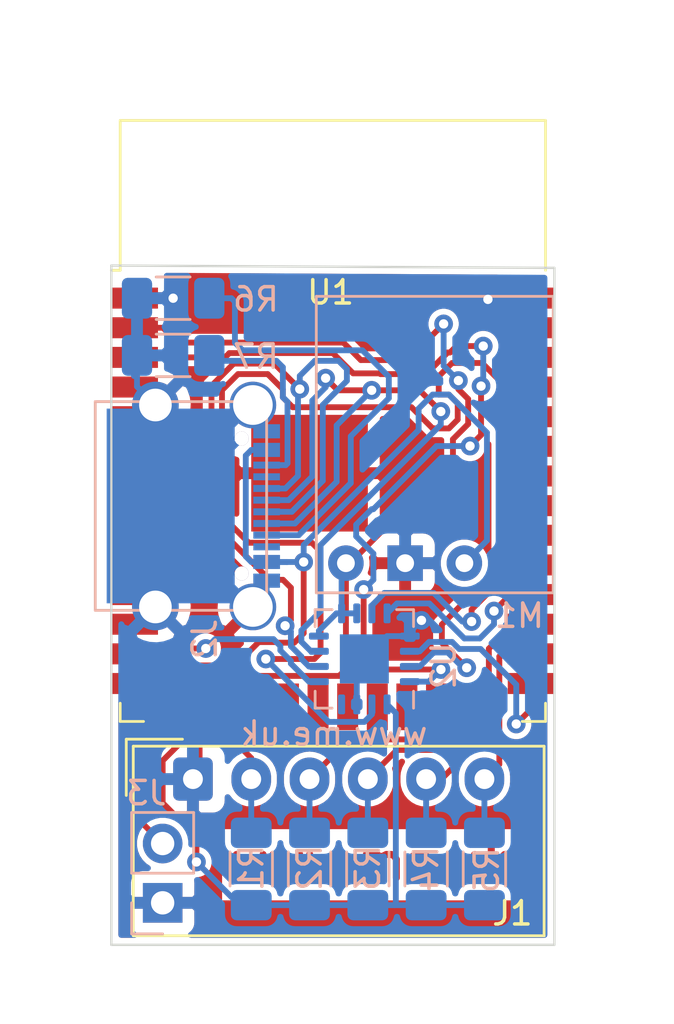
<source format=kicad_pcb>
(kicad_pcb (version 20171130) (host pcbnew "(5.1.9-0-10_14)")

  (general
    (thickness 1.6)
    (drawings 8)
    (tracks 334)
    (zones 0)
    (modules 13)
    (nets 41)
  )

  (page A4)
  (layers
    (0 F.Cu signal)
    (31 B.Cu signal)
    (32 B.Adhes user)
    (33 F.Adhes user)
    (34 B.Paste user)
    (35 F.Paste user)
    (36 B.SilkS user)
    (37 F.SilkS user)
    (38 B.Mask user)
    (39 F.Mask user)
    (40 Dwgs.User user)
    (41 Cmts.User user)
    (42 Eco1.User user)
    (43 Eco2.User user)
    (44 Edge.Cuts user)
    (45 Margin user)
    (46 B.CrtYd user)
    (47 F.CrtYd user)
    (48 B.Fab user hide)
    (49 F.Fab user hide)
  )

  (setup
    (last_trace_width 0.25)
    (trace_clearance 0.2)
    (zone_clearance 0.25)
    (zone_45_only no)
    (trace_min 0.2)
    (via_size 0.8)
    (via_drill 0.4)
    (via_min_size 0.4)
    (via_min_drill 0.3)
    (uvia_size 0.3)
    (uvia_drill 0.1)
    (uvias_allowed no)
    (uvia_min_size 0.2)
    (uvia_min_drill 0.1)
    (edge_width 0.1)
    (segment_width 0.2)
    (pcb_text_width 0.3)
    (pcb_text_size 1.5 1.5)
    (mod_edge_width 0.15)
    (mod_text_size 1 1)
    (mod_text_width 0.15)
    (pad_size 1.524 1.524)
    (pad_drill 0.762)
    (pad_to_mask_clearance 0)
    (aux_axis_origin 0 0)
    (visible_elements FFFFFF7F)
    (pcbplotparams
      (layerselection 0x010fc_ffffffff)
      (usegerberextensions false)
      (usegerberattributes true)
      (usegerberadvancedattributes true)
      (creategerberjobfile true)
      (excludeedgelayer true)
      (linewidth 0.100000)
      (plotframeref false)
      (viasonmask false)
      (mode 1)
      (useauxorigin false)
      (hpglpennumber 1)
      (hpglpenspeed 20)
      (hpglpendiameter 15.000000)
      (psnegative false)
      (psa4output false)
      (plotreference true)
      (plotvalue true)
      (plotinvisibletext false)
      (padsonsilk false)
      (subtractmaskfromsilk false)
      (outputformat 1)
      (mirror false)
      (drillshape 0)
      (scaleselection 1)
      (outputdirectory ""))
  )

  (net 0 "")
  (net 1 D+)
  (net 2 GND)
  (net 3 D-)
  (net 4 +3V3)
  (net 5 VBUS)
  (net 6 IO5)
  (net 7 IO4)
  (net 8 IO3)
  (net 9 IO2)
  (net 10 IO1)
  (net 11 "Net-(U1-Pad36)")
  (net 12 O)
  (net 13 I)
  (net 14 "Net-(U1-Pad32)")
  (net 15 "Net-(U1-Pad31)")
  (net 16 "Net-(U1-Pad30)")
  (net 17 "Net-(U1-Pad22)")
  (net 18 "Net-(U1-Pad21)")
  (net 19 "Net-(U1-Pad20)")
  (net 20 "Net-(U1-Pad19)")
  (net 21 "Net-(U1-Pad18)")
  (net 22 "Net-(U1-Pad17)")
  (net 23 "Net-(U1-Pad8)")
  (net 24 EN)
  (net 25 CBUS3)
  (net 26 CBUS0)
  (net 27 CBUS1)
  (net 28 CBUS2)
  (net 29 "Net-(J2-PadA8)")
  (net 30 "Net-(J2-PadA5)")
  (net 31 "Net-(J2-PadB5)")
  (net 32 "Net-(J2-PadB8)")
  (net 33 "Net-(U1-Pad9)")
  (net 34 "Net-(U2-Pad4)")
  (net 35 "Net-(U1-Pad14)")
  (net 36 "Net-(U1-Pad10)")
  (net 37 "Net-(U1-Pad33)")
  (net 38 "Net-(U1-Pad37)")
  (net 39 "Net-(U1-Pad7)")
  (net 40 "Net-(U1-Pad6)")

  (net_class Default "This is the default net class."
    (clearance 0.2)
    (trace_width 0.25)
    (via_dia 0.8)
    (via_drill 0.4)
    (uvia_dia 0.3)
    (uvia_drill 0.1)
    (add_net +3V3)
    (add_net CBUS0)
    (add_net CBUS1)
    (add_net CBUS2)
    (add_net CBUS3)
    (add_net D+)
    (add_net D-)
    (add_net EN)
    (add_net GND)
    (add_net I)
    (add_net IO1)
    (add_net IO2)
    (add_net IO3)
    (add_net IO4)
    (add_net IO5)
    (add_net "Net-(J2-PadA5)")
    (add_net "Net-(J2-PadA8)")
    (add_net "Net-(J2-PadB5)")
    (add_net "Net-(J2-PadB8)")
    (add_net "Net-(U1-Pad10)")
    (add_net "Net-(U1-Pad14)")
    (add_net "Net-(U1-Pad17)")
    (add_net "Net-(U1-Pad18)")
    (add_net "Net-(U1-Pad19)")
    (add_net "Net-(U1-Pad20)")
    (add_net "Net-(U1-Pad21)")
    (add_net "Net-(U1-Pad22)")
    (add_net "Net-(U1-Pad30)")
    (add_net "Net-(U1-Pad31)")
    (add_net "Net-(U1-Pad32)")
    (add_net "Net-(U1-Pad33)")
    (add_net "Net-(U1-Pad36)")
    (add_net "Net-(U1-Pad37)")
    (add_net "Net-(U1-Pad6)")
    (add_net "Net-(U1-Pad7)")
    (add_net "Net-(U1-Pad8)")
    (add_net "Net-(U1-Pad9)")
    (add_net "Net-(U2-Pad4)")
    (add_net O)
    (add_net VBUS)
  )

  (module Connector_PinHeader_2.54mm:PinHeader_1x02_P2.54mm_Vertical (layer B.Cu) (tedit 59FED5CC) (tstamp 6045DD8C)
    (at 114.7 125.7)
    (descr "Through hole straight pin header, 1x02, 2.54mm pitch, single row")
    (tags "Through hole pin header THT 1x02 2.54mm single row")
    (path /60460B50)
    (fp_text reference J3 (at -0.7 -4.7) (layer B.SilkS)
      (effects (font (size 1 1) (thickness 0.15)) (justify mirror))
    )
    (fp_text value VBUS (at 0 -4.87) (layer B.Fab)
      (effects (font (size 1 1) (thickness 0.15)) (justify mirror))
    )
    (fp_text user %R (at 0 -1.27 -90) (layer B.Fab)
      (effects (font (size 1 1) (thickness 0.15)) (justify mirror))
    )
    (fp_line (start -0.635 1.27) (end 1.27 1.27) (layer B.Fab) (width 0.1))
    (fp_line (start 1.27 1.27) (end 1.27 -3.81) (layer B.Fab) (width 0.1))
    (fp_line (start 1.27 -3.81) (end -1.27 -3.81) (layer B.Fab) (width 0.1))
    (fp_line (start -1.27 -3.81) (end -1.27 0.635) (layer B.Fab) (width 0.1))
    (fp_line (start -1.27 0.635) (end -0.635 1.27) (layer B.Fab) (width 0.1))
    (fp_line (start -1.33 -3.87) (end 1.33 -3.87) (layer B.SilkS) (width 0.12))
    (fp_line (start -1.33 -1.27) (end -1.33 -3.87) (layer B.SilkS) (width 0.12))
    (fp_line (start 1.33 -1.27) (end 1.33 -3.87) (layer B.SilkS) (width 0.12))
    (fp_line (start -1.33 -1.27) (end 1.33 -1.27) (layer B.SilkS) (width 0.12))
    (fp_line (start -1.33 0) (end -1.33 1.33) (layer B.SilkS) (width 0.12))
    (fp_line (start -1.33 1.33) (end 0 1.33) (layer B.SilkS) (width 0.12))
    (fp_line (start -1.8 1.8) (end -1.8 -4.35) (layer B.CrtYd) (width 0.05))
    (fp_line (start -1.8 -4.35) (end 1.8 -4.35) (layer B.CrtYd) (width 0.05))
    (fp_line (start 1.8 -4.35) (end 1.8 1.8) (layer B.CrtYd) (width 0.05))
    (fp_line (start 1.8 1.8) (end -1.8 1.8) (layer B.CrtYd) (width 0.05))
    (pad 2 thru_hole oval (at 0 -2.54) (size 1.7 1.7) (drill 1) (layers *.Cu *.Mask)
      (net 5 VBUS))
    (pad 1 thru_hole rect (at 0 0) (size 1.7 1.7) (drill 1) (layers *.Cu *.Mask)
      (net 2 GND))
    (model ${KISYS3DMOD}/Connector_PinHeader_2.54mm.3dshapes/PinHeader_1x02_P2.54mm_Vertical.wrl
      (at (xyz 0 0 0))
      (scale (xyz 1 1 1))
      (rotate (xyz 0 0 0))
    )
  )

  (module RevK:D24V5F3-NoSHDN (layer B.Cu) (tedit 60451671) (tstamp 60457650)
    (at 126.37 112.42 180)
    (path /60455088)
    (fp_text reference M1 (at -3.63 -0.98) (layer B.SilkS)
      (effects (font (size 1 1) (thickness 0.15)) (justify mirror))
    )
    (fp_text value D24V5F3-NoSHDN (at 0 10.16) (layer B.Fab)
      (effects (font (size 1 1) (thickness 0.15)) (justify mirror))
    )
    (fp_line (start 5.08 0) (end -5.08 0) (layer B.CrtYd) (width 0.12))
    (fp_line (start 5.08 12.7) (end 5.08 0) (layer B.CrtYd) (width 0.12))
    (fp_line (start -5.08 12.7) (end 5.08 12.7) (layer B.CrtYd) (width 0.12))
    (fp_line (start -5.08 0) (end -5.08 12.7) (layer B.CrtYd) (width 0.12))
    (fp_line (start -5.08 0) (end -5.08 12.7) (layer B.SilkS) (width 0.12))
    (fp_line (start -5.08 12.7) (end 5.08 12.7) (layer B.SilkS) (width 0.12))
    (fp_line (start 5.08 12.7) (end 5.08 0) (layer B.SilkS) (width 0.12))
    (fp_line (start 5.08 0) (end -5.08 0) (layer B.SilkS) (width 0.12))
    (pad 4 thru_hole circle (at 3.81 1.27 180) (size 1.524 1.524) (drill 0.762) (layers *.Cu *.Mask)
      (net 4 +3V3))
    (pad 3 thru_hole rect (at 1.27 1.27 180) (size 1.524 1.524) (drill 0.762) (layers *.Cu *.Mask)
      (net 2 GND))
    (pad 2 thru_hole circle (at -1.27 1.27 180) (size 1.524 1.524) (drill 0.762) (layers *.Cu *.Mask)
      (net 5 VBUS))
    (model /Users/adrian/Documents/KiCad/STEP/d24v5fx-step-down-voltage-regulator.step
      (offset (xyz -5.08 0 0))
      (scale (xyz 1 1 1))
      (rotate (xyz 0 0 0))
    )
  )

  (module Resistor_SMD:R_1206_3216Metric_Pad1.30x1.75mm_HandSolder (layer B.Cu) (tedit 5F68FEEE) (tstamp 60438778)
    (at 128.5 124.25 90)
    (descr "Resistor SMD 1206 (3216 Metric), square (rectangular) end terminal, IPC_7351 nominal with elongated pad for handsoldering. (Body size source: IPC-SM-782 page 72, https://www.pcb-3d.com/wordpress/wp-content/uploads/ipc-sm-782a_amendment_1_and_2.pdf), generated with kicad-footprint-generator")
    (tags "resistor handsolder")
    (path /6043FFC5)
    (attr smd)
    (fp_text reference R5 (at -0.05 0.1 270) (layer B.SilkS)
      (effects (font (size 1 1) (thickness 0.15)) (justify mirror))
    )
    (fp_text value NF (at 0 -1.82 270) (layer B.Fab)
      (effects (font (size 1 1) (thickness 0.15)) (justify mirror))
    )
    (fp_line (start 2.45 -1.12) (end -2.45 -1.12) (layer B.CrtYd) (width 0.05))
    (fp_line (start 2.45 1.12) (end 2.45 -1.12) (layer B.CrtYd) (width 0.05))
    (fp_line (start -2.45 1.12) (end 2.45 1.12) (layer B.CrtYd) (width 0.05))
    (fp_line (start -2.45 -1.12) (end -2.45 1.12) (layer B.CrtYd) (width 0.05))
    (fp_line (start -0.727064 -0.91) (end 0.727064 -0.91) (layer B.SilkS) (width 0.12))
    (fp_line (start -0.727064 0.91) (end 0.727064 0.91) (layer B.SilkS) (width 0.12))
    (fp_line (start 1.6 -0.8) (end -1.6 -0.8) (layer B.Fab) (width 0.1))
    (fp_line (start 1.6 0.8) (end 1.6 -0.8) (layer B.Fab) (width 0.1))
    (fp_line (start -1.6 0.8) (end 1.6 0.8) (layer B.Fab) (width 0.1))
    (fp_line (start -1.6 -0.8) (end -1.6 0.8) (layer B.Fab) (width 0.1))
    (fp_text user %R (at 0 0 270) (layer B.Fab)
      (effects (font (size 0.8 0.8) (thickness 0.12)) (justify mirror))
    )
    (pad 2 smd roundrect (at 1.55 0 90) (size 1.3 1.75) (layers B.Cu B.Paste B.Mask) (roundrect_rratio 0.1923069230769231)
      (net 6 IO5))
    (pad 1 smd roundrect (at -1.55 0 90) (size 1.3 1.75) (layers B.Cu B.Paste B.Mask) (roundrect_rratio 0.1923069230769231)
      (net 4 +3V3))
    (model ${KISYS3DMOD}/Resistor_SMD.3dshapes/R_1206_3216Metric.wrl
      (at (xyz 0 0 0))
      (scale (xyz 1 1 1))
      (rotate (xyz 0 0 0))
    )
  )

  (module Resistor_SMD:R_1206_3216Metric_Pad1.30x1.75mm_HandSolder (layer B.Cu) (tedit 5F68FEEE) (tstamp 60438767)
    (at 126 124.25 90)
    (descr "Resistor SMD 1206 (3216 Metric), square (rectangular) end terminal, IPC_7351 nominal with elongated pad for handsoldering. (Body size source: IPC-SM-782 page 72, https://www.pcb-3d.com/wordpress/wp-content/uploads/ipc-sm-782a_amendment_1_and_2.pdf), generated with kicad-footprint-generator")
    (tags "resistor handsolder")
    (path /6043FFBF)
    (attr smd)
    (fp_text reference R4 (at 0 0 270) (layer B.SilkS)
      (effects (font (size 1 1) (thickness 0.15)) (justify mirror))
    )
    (fp_text value NF (at 0 -1.82 270) (layer B.Fab)
      (effects (font (size 1 1) (thickness 0.15)) (justify mirror))
    )
    (fp_line (start 2.45 -1.12) (end -2.45 -1.12) (layer B.CrtYd) (width 0.05))
    (fp_line (start 2.45 1.12) (end 2.45 -1.12) (layer B.CrtYd) (width 0.05))
    (fp_line (start -2.45 1.12) (end 2.45 1.12) (layer B.CrtYd) (width 0.05))
    (fp_line (start -2.45 -1.12) (end -2.45 1.12) (layer B.CrtYd) (width 0.05))
    (fp_line (start -0.727064 -0.91) (end 0.727064 -0.91) (layer B.SilkS) (width 0.12))
    (fp_line (start -0.727064 0.91) (end 0.727064 0.91) (layer B.SilkS) (width 0.12))
    (fp_line (start 1.6 -0.8) (end -1.6 -0.8) (layer B.Fab) (width 0.1))
    (fp_line (start 1.6 0.8) (end 1.6 -0.8) (layer B.Fab) (width 0.1))
    (fp_line (start -1.6 0.8) (end 1.6 0.8) (layer B.Fab) (width 0.1))
    (fp_line (start -1.6 -0.8) (end -1.6 0.8) (layer B.Fab) (width 0.1))
    (fp_text user %R (at 0 0 270) (layer B.Fab)
      (effects (font (size 0.8 0.8) (thickness 0.12)) (justify mirror))
    )
    (pad 2 smd roundrect (at 1.55 0 90) (size 1.3 1.75) (layers B.Cu B.Paste B.Mask) (roundrect_rratio 0.1923069230769231)
      (net 7 IO4))
    (pad 1 smd roundrect (at -1.55 0 90) (size 1.3 1.75) (layers B.Cu B.Paste B.Mask) (roundrect_rratio 0.1923069230769231)
      (net 4 +3V3))
    (model ${KISYS3DMOD}/Resistor_SMD.3dshapes/R_1206_3216Metric.wrl
      (at (xyz 0 0 0))
      (scale (xyz 1 1 1))
      (rotate (xyz 0 0 0))
    )
  )

  (module Resistor_SMD:R_1206_3216Metric_Pad1.30x1.75mm_HandSolder (layer B.Cu) (tedit 5F68FEEE) (tstamp 60438756)
    (at 123.5 124.25 90)
    (descr "Resistor SMD 1206 (3216 Metric), square (rectangular) end terminal, IPC_7351 nominal with elongated pad for handsoldering. (Body size source: IPC-SM-782 page 72, https://www.pcb-3d.com/wordpress/wp-content/uploads/ipc-sm-782a_amendment_1_and_2.pdf), generated with kicad-footprint-generator")
    (tags "resistor handsolder")
    (path /6043FFB9)
    (attr smd)
    (fp_text reference R3 (at 0.05 0 270) (layer B.SilkS)
      (effects (font (size 1 1) (thickness 0.15)) (justify mirror))
    )
    (fp_text value NF (at 0 -1.82 270) (layer B.Fab)
      (effects (font (size 1 1) (thickness 0.15)) (justify mirror))
    )
    (fp_line (start 2.45 -1.12) (end -2.45 -1.12) (layer B.CrtYd) (width 0.05))
    (fp_line (start 2.45 1.12) (end 2.45 -1.12) (layer B.CrtYd) (width 0.05))
    (fp_line (start -2.45 1.12) (end 2.45 1.12) (layer B.CrtYd) (width 0.05))
    (fp_line (start -2.45 -1.12) (end -2.45 1.12) (layer B.CrtYd) (width 0.05))
    (fp_line (start -0.727064 -0.91) (end 0.727064 -0.91) (layer B.SilkS) (width 0.12))
    (fp_line (start -0.727064 0.91) (end 0.727064 0.91) (layer B.SilkS) (width 0.12))
    (fp_line (start 1.6 -0.8) (end -1.6 -0.8) (layer B.Fab) (width 0.1))
    (fp_line (start 1.6 0.8) (end 1.6 -0.8) (layer B.Fab) (width 0.1))
    (fp_line (start -1.6 0.8) (end 1.6 0.8) (layer B.Fab) (width 0.1))
    (fp_line (start -1.6 -0.8) (end -1.6 0.8) (layer B.Fab) (width 0.1))
    (fp_text user %R (at 0 0 270) (layer B.Fab)
      (effects (font (size 0.8 0.8) (thickness 0.12)) (justify mirror))
    )
    (pad 2 smd roundrect (at 1.55 0 90) (size 1.3 1.75) (layers B.Cu B.Paste B.Mask) (roundrect_rratio 0.1923069230769231)
      (net 8 IO3))
    (pad 1 smd roundrect (at -1.55 0 90) (size 1.3 1.75) (layers B.Cu B.Paste B.Mask) (roundrect_rratio 0.1923069230769231)
      (net 4 +3V3))
    (model ${KISYS3DMOD}/Resistor_SMD.3dshapes/R_1206_3216Metric.wrl
      (at (xyz 0 0 0))
      (scale (xyz 1 1 1))
      (rotate (xyz 0 0 0))
    )
  )

  (module Resistor_SMD:R_1206_3216Metric_Pad1.30x1.75mm_HandSolder (layer B.Cu) (tedit 5F68FEEE) (tstamp 60438745)
    (at 121 124.25 90)
    (descr "Resistor SMD 1206 (3216 Metric), square (rectangular) end terminal, IPC_7351 nominal with elongated pad for handsoldering. (Body size source: IPC-SM-782 page 72, https://www.pcb-3d.com/wordpress/wp-content/uploads/ipc-sm-782a_amendment_1_and_2.pdf), generated with kicad-footprint-generator")
    (tags "resistor handsolder")
    (path /6043FFB3)
    (attr smd)
    (fp_text reference R2 (at 0.05 0 270) (layer B.SilkS)
      (effects (font (size 1 1) (thickness 0.15)) (justify mirror))
    )
    (fp_text value NF (at 0 -1.82 270) (layer B.Fab)
      (effects (font (size 1 1) (thickness 0.15)) (justify mirror))
    )
    (fp_line (start 2.45 -1.12) (end -2.45 -1.12) (layer B.CrtYd) (width 0.05))
    (fp_line (start 2.45 1.12) (end 2.45 -1.12) (layer B.CrtYd) (width 0.05))
    (fp_line (start -2.45 1.12) (end 2.45 1.12) (layer B.CrtYd) (width 0.05))
    (fp_line (start -2.45 -1.12) (end -2.45 1.12) (layer B.CrtYd) (width 0.05))
    (fp_line (start -0.727064 -0.91) (end 0.727064 -0.91) (layer B.SilkS) (width 0.12))
    (fp_line (start -0.727064 0.91) (end 0.727064 0.91) (layer B.SilkS) (width 0.12))
    (fp_line (start 1.6 -0.8) (end -1.6 -0.8) (layer B.Fab) (width 0.1))
    (fp_line (start 1.6 0.8) (end 1.6 -0.8) (layer B.Fab) (width 0.1))
    (fp_line (start -1.6 0.8) (end 1.6 0.8) (layer B.Fab) (width 0.1))
    (fp_line (start -1.6 -0.8) (end -1.6 0.8) (layer B.Fab) (width 0.1))
    (fp_text user %R (at 0 0 270) (layer B.Fab)
      (effects (font (size 0.8 0.8) (thickness 0.12)) (justify mirror))
    )
    (pad 2 smd roundrect (at 1.55 0 90) (size 1.3 1.75) (layers B.Cu B.Paste B.Mask) (roundrect_rratio 0.1923069230769231)
      (net 9 IO2))
    (pad 1 smd roundrect (at -1.55 0 90) (size 1.3 1.75) (layers B.Cu B.Paste B.Mask) (roundrect_rratio 0.1923069230769231)
      (net 4 +3V3))
    (model ${KISYS3DMOD}/Resistor_SMD.3dshapes/R_1206_3216Metric.wrl
      (at (xyz 0 0 0))
      (scale (xyz 1 1 1))
      (rotate (xyz 0 0 0))
    )
  )

  (module Resistor_SMD:R_1206_3216Metric_Pad1.30x1.75mm_HandSolder (layer B.Cu) (tedit 5F68FEEE) (tstamp 60438734)
    (at 118.5 124.25 90)
    (descr "Resistor SMD 1206 (3216 Metric), square (rectangular) end terminal, IPC_7351 nominal with elongated pad for handsoldering. (Body size source: IPC-SM-782 page 72, https://www.pcb-3d.com/wordpress/wp-content/uploads/ipc-sm-782a_amendment_1_and_2.pdf), generated with kicad-footprint-generator")
    (tags "resistor handsolder")
    (path /6043FFAD)
    (attr smd)
    (fp_text reference R1 (at 0.05 0 270) (layer B.SilkS)
      (effects (font (size 1 1) (thickness 0.15)) (justify mirror))
    )
    (fp_text value NF (at 0 -1.82 270) (layer B.Fab)
      (effects (font (size 1 1) (thickness 0.15)) (justify mirror))
    )
    (fp_line (start 2.45 -1.12) (end -2.45 -1.12) (layer B.CrtYd) (width 0.05))
    (fp_line (start 2.45 1.12) (end 2.45 -1.12) (layer B.CrtYd) (width 0.05))
    (fp_line (start -2.45 1.12) (end 2.45 1.12) (layer B.CrtYd) (width 0.05))
    (fp_line (start -2.45 -1.12) (end -2.45 1.12) (layer B.CrtYd) (width 0.05))
    (fp_line (start -0.727064 -0.91) (end 0.727064 -0.91) (layer B.SilkS) (width 0.12))
    (fp_line (start -0.727064 0.91) (end 0.727064 0.91) (layer B.SilkS) (width 0.12))
    (fp_line (start 1.6 -0.8) (end -1.6 -0.8) (layer B.Fab) (width 0.1))
    (fp_line (start 1.6 0.8) (end 1.6 -0.8) (layer B.Fab) (width 0.1))
    (fp_line (start -1.6 0.8) (end 1.6 0.8) (layer B.Fab) (width 0.1))
    (fp_line (start -1.6 -0.8) (end -1.6 0.8) (layer B.Fab) (width 0.1))
    (fp_text user %R (at 0 0 270) (layer B.Fab)
      (effects (font (size 0.8 0.8) (thickness 0.12)) (justify mirror))
    )
    (pad 2 smd roundrect (at 1.55 0 90) (size 1.3 1.75) (layers B.Cu B.Paste B.Mask) (roundrect_rratio 0.1923069230769231)
      (net 10 IO1))
    (pad 1 smd roundrect (at -1.55 0 90) (size 1.3 1.75) (layers B.Cu B.Paste B.Mask) (roundrect_rratio 0.1923069230769231)
      (net 4 +3V3))
    (model ${KISYS3DMOD}/Resistor_SMD.3dshapes/R_1206_3216Metric.wrl
      (at (xyz 0 0 0))
      (scale (xyz 1 1 1))
      (rotate (xyz 0 0 0))
    )
  )

  (module RevK:USC16-TR-Round (layer B.Cu) (tedit 60426299) (tstamp 6043DA81)
    (at 112.3 108.7 90)
    (descr "USB Type C CMT R/A PCB  Mount Socket 16pin Power+Data")
    (tags USB-C)
    (path /60436927)
    (attr smd)
    (fp_text reference J2 (at -5.7 4.2 90) (layer B.SilkS)
      (effects (font (size 1 1) (thickness 0.15)) (justify mirror))
    )
    (fp_text value USB-C (at 0 9.5 90) (layer B.Fab)
      (effects (font (size 1 1) (thickness 0.15)) (justify mirror))
    )
    (fp_line (start 4.5 -0.5) (end -4.5 -0.5) (layer B.CrtYd) (width 0.12))
    (fp_line (start 4.5 6.9) (end 4.5 -0.5) (layer B.CrtYd) (width 0.12))
    (fp_line (start -4.5 6.9) (end 4.5 6.9) (layer B.CrtYd) (width 0.12))
    (fp_line (start -4.5 -0.5) (end -4.5 6.9) (layer B.CrtYd) (width 0.12))
    (fp_line (start -4.47 -0.49) (end -4.47 6.86) (layer B.SilkS) (width 0.12))
    (fp_line (start -4.47 6.86) (end 4.47 6.86) (layer B.SilkS) (width 0.12))
    (fp_line (start 4.47 6.86) (end 4.47 -0.49) (layer B.SilkS) (width 0.12))
    (fp_line (start -4.47 -0.49) (end 4.47 -0.49) (layer B.SilkS) (width 0.12))
    (fp_line (start -5 0) (end 5 0) (layer Dwgs.User) (width 0.12))
    (pad S1 smd rect (at 0 2.745 90) (size 8.34 5.49) (layers B.Cu)
      (net 2 GND))
    (pad A12 smd rect (at 3.2 6.86 90) (size 0.6 1.14) (layers B.Cu B.Paste B.Mask)
      (net 2 GND))
    (pad A4 smd rect (at -2.4 6.86 90) (size 0.6 1.14) (layers B.Cu B.Paste B.Mask)
      (net 5 VBUS))
    (pad B12 smd rect (at -3.2 6.86 90) (size 0.6 1.14) (layers B.Cu B.Paste B.Mask)
      (net 2 GND))
    (pad B4 smd rect (at 2.4 6.86 90) (size 0.6 1.14) (layers B.Cu B.Paste B.Mask)
      (net 5 VBUS))
    (pad S1 thru_hole circle (at 4.325 2.09 90) (size 2 2) (drill 1.4) (layers *.Cu *.Mask)
      (net 2 GND))
    (pad S1 thru_hole circle (at -4.325 2.09 90) (size 2 2) (drill 1.4) (layers *.Cu *.Mask)
      (net 2 GND))
    (pad S1 thru_hole circle (at 4.325 6.27 90) (size 2 2) (drill 1.7) (layers *.Cu *.Mask)
      (net 2 GND))
    (pad S1 thru_hole circle (at -4.325 6.27 90) (size 2 2) (drill 1.7) (layers *.Cu *.Mask)
      (net 2 GND))
    (pad A7 smd rect (at 0.25 6.86 90) (size 0.3 1.14) (layers B.Cu B.Paste B.Mask)
      (net 3 D-))
    (pad A6 smd rect (at -0.25 6.86 90) (size 0.3 1.14) (layers B.Cu B.Paste B.Mask)
      (net 1 D+))
    (pad B6 smd rect (at 0.75 6.86 90) (size 0.3 1.14) (layers B.Cu B.Paste B.Mask)
      (net 1 D+))
    (pad B7 smd rect (at -0.75 6.86 90) (size 0.3 1.14) (layers B.Cu B.Paste B.Mask)
      (net 3 D-))
    (pad A8 smd rect (at 1.25 6.86 90) (size 0.3 1.14) (layers B.Cu B.Paste B.Mask)
      (net 29 "Net-(J2-PadA8)"))
    (pad A5 smd rect (at -1.25 6.86 90) (size 0.3 1.14) (layers B.Cu B.Paste B.Mask)
      (net 30 "Net-(J2-PadA5)"))
    (pad B5 smd rect (at 1.75 6.86 90) (size 0.3 1.14) (layers B.Cu B.Paste B.Mask)
      (net 31 "Net-(J2-PadB5)"))
    (pad B8 smd rect (at -1.75 6.86 90) (size 0.3 1.14) (layers B.Cu B.Paste B.Mask)
      (net 32 "Net-(J2-PadB8)"))
    (pad A9 smd rect (at 2.4 6.86 90) (size 0.6 1.14) (layers B.Cu B.Paste B.Mask)
      (net 5 VBUS))
    (pad B9 smd rect (at -2.4 6.86 90) (size 0.6 1.14) (layers B.Cu B.Paste B.Mask)
      (net 5 VBUS))
    (pad B1 smd rect (at 3.2 6.86 90) (size 0.6 1.14) (layers B.Cu B.Paste B.Mask)
      (net 2 GND))
    (pad S1 thru_hole circle (at 2.89 5.79 90) (size 0.6 0.6) (drill 0.6) (layers *.Cu *.Mask)
      (net 2 GND))
    (pad S1 thru_hole circle (at -2.89 5.79 90) (size 0.6 0.6) (drill 0.6) (layers *.Cu *.Mask)
      (net 2 GND))
    (pad A1 smd rect (at -3.2 6.86 90) (size 0.6 1.14) (layers B.Cu B.Paste B.Mask)
      (net 2 GND))
    (model /Users/adrian/Documents/KiCad/STEP/CSP-USC16-TR.step
      (offset (xyz 0 3.35 0))
      (scale (xyz 1 1 1))
      (rotate (xyz -90 0 0))
    )
  )

  (module Package_DFN_QFN:QFN-16-1EP_4x4mm_P0.65mm_EP2.1x2.1mm (layer B.Cu) (tedit 5DC5F6A3) (tstamp 604383E0)
    (at 123.35 115.25 90)
    (descr "QFN, 16 Pin (http://www.thatcorp.com/datashts/THAT_1580_Datasheet.pdf), generated with kicad-footprint-generator ipc_noLead_generator.py")
    (tags "QFN NoLead")
    (path /6043CF0E)
    (attr smd)
    (fp_text reference U2 (at -0.3 3.4 90) (layer B.SilkS)
      (effects (font (size 1 1) (thickness 0.15)) (justify mirror))
    )
    (fp_text value FT230XQ (at 0 -3.32 90) (layer B.Fab)
      (effects (font (size 1 1) (thickness 0.15)) (justify mirror))
    )
    (fp_line (start 1.385 2.11) (end 2.11 2.11) (layer B.SilkS) (width 0.12))
    (fp_line (start 2.11 2.11) (end 2.11 1.385) (layer B.SilkS) (width 0.12))
    (fp_line (start -1.385 -2.11) (end -2.11 -2.11) (layer B.SilkS) (width 0.12))
    (fp_line (start -2.11 -2.11) (end -2.11 -1.385) (layer B.SilkS) (width 0.12))
    (fp_line (start 1.385 -2.11) (end 2.11 -2.11) (layer B.SilkS) (width 0.12))
    (fp_line (start 2.11 -2.11) (end 2.11 -1.385) (layer B.SilkS) (width 0.12))
    (fp_line (start -1.385 2.11) (end -2.11 2.11) (layer B.SilkS) (width 0.12))
    (fp_line (start -1 2) (end 2 2) (layer B.Fab) (width 0.1))
    (fp_line (start 2 2) (end 2 -2) (layer B.Fab) (width 0.1))
    (fp_line (start 2 -2) (end -2 -2) (layer B.Fab) (width 0.1))
    (fp_line (start -2 -2) (end -2 1) (layer B.Fab) (width 0.1))
    (fp_line (start -2 1) (end -1 2) (layer B.Fab) (width 0.1))
    (fp_line (start -2.62 2.62) (end -2.62 -2.62) (layer B.CrtYd) (width 0.05))
    (fp_line (start -2.62 -2.62) (end 2.62 -2.62) (layer B.CrtYd) (width 0.05))
    (fp_line (start 2.62 -2.62) (end 2.62 2.62) (layer B.CrtYd) (width 0.05))
    (fp_line (start 2.62 2.62) (end -2.62 2.62) (layer B.CrtYd) (width 0.05))
    (fp_text user %R (at 0 0 90) (layer B.Fab)
      (effects (font (size 1 1) (thickness 0.15)) (justify mirror))
    )
    (pad "" smd roundrect (at 0.525 -0.525 90) (size 0.85 0.85) (layers B.Paste) (roundrect_rratio 0.25))
    (pad "" smd roundrect (at 0.525 0.525 90) (size 0.85 0.85) (layers B.Paste) (roundrect_rratio 0.25))
    (pad "" smd roundrect (at -0.525 -0.525 90) (size 0.85 0.85) (layers B.Paste) (roundrect_rratio 0.25))
    (pad "" smd roundrect (at -0.525 0.525 90) (size 0.85 0.85) (layers B.Paste) (roundrect_rratio 0.25))
    (pad 17 smd rect (at 0 0 90) (size 2.1 2.1) (layers B.Cu B.Mask)
      (net 2 GND))
    (pad 16 smd roundrect (at -0.975 1.95 90) (size 0.3 0.85) (layers B.Cu B.Paste B.Mask) (roundrect_rratio 0.25)
      (net 24 EN))
    (pad 15 smd roundrect (at -0.325 1.95 90) (size 0.3 0.85) (layers B.Cu B.Paste B.Mask) (roundrect_rratio 0.25)
      (net 13 I))
    (pad 14 smd roundrect (at 0.325 1.95 90) (size 0.3 0.85) (layers B.Cu B.Paste B.Mask) (roundrect_rratio 0.25)
      (net 25 CBUS3))
    (pad 13 smd roundrect (at 0.975 1.95 90) (size 0.3 0.85) (layers B.Cu B.Paste B.Mask) (roundrect_rratio 0.25)
      (net 2 GND))
    (pad 12 smd roundrect (at 1.95 0.975 90) (size 0.85 0.3) (layers B.Cu B.Paste B.Mask) (roundrect_rratio 0.25)
      (net 26 CBUS0))
    (pad 11 smd roundrect (at 1.95 0.325 90) (size 0.85 0.3) (layers B.Cu B.Paste B.Mask) (roundrect_rratio 0.25)
      (net 27 CBUS1))
    (pad 10 smd roundrect (at 1.95 -0.325 90) (size 0.85 0.3) (layers B.Cu B.Paste B.Mask) (roundrect_rratio 0.25)
      (net 4 +3V3))
    (pad 9 smd roundrect (at 1.95 -0.975 90) (size 0.85 0.3) (layers B.Cu B.Paste B.Mask) (roundrect_rratio 0.25)
      (net 4 +3V3))
    (pad 8 smd roundrect (at 0.975 -1.95 90) (size 0.3 0.85) (layers B.Cu B.Paste B.Mask) (roundrect_rratio 0.25)
      (net 4 +3V3))
    (pad 7 smd roundrect (at 0.325 -1.95 90) (size 0.3 0.85) (layers B.Cu B.Paste B.Mask) (roundrect_rratio 0.25)
      (net 3 D-))
    (pad 6 smd roundrect (at -0.325 -1.95 90) (size 0.3 0.85) (layers B.Cu B.Paste B.Mask) (roundrect_rratio 0.25)
      (net 1 D+))
    (pad 5 smd roundrect (at -0.975 -1.95 90) (size 0.3 0.85) (layers B.Cu B.Paste B.Mask) (roundrect_rratio 0.25)
      (net 28 CBUS2))
    (pad 4 smd roundrect (at -1.95 -0.975 90) (size 0.85 0.3) (layers B.Cu B.Paste B.Mask) (roundrect_rratio 0.25)
      (net 34 "Net-(U2-Pad4)"))
    (pad 3 smd roundrect (at -1.95 -0.325 90) (size 0.85 0.3) (layers B.Cu B.Paste B.Mask) (roundrect_rratio 0.25)
      (net 2 GND))
    (pad 2 smd roundrect (at -1.95 0.325 90) (size 0.85 0.3) (layers B.Cu B.Paste B.Mask) (roundrect_rratio 0.25)
      (net 12 O))
    (pad 1 smd roundrect (at -1.95 0.975 90) (size 0.85 0.3) (layers B.Cu B.Paste B.Mask) (roundrect_rratio 0.25)
      (net 4 +3V3))
    (model ${KISYS3DMOD}/Package_DFN_QFN.3dshapes/QFN-16-1EP_4x4mm_P0.65mm_EP2.1x2.1mm.wrl
      (at (xyz 0 0 0))
      (scale (xyz 1 1 1))
      (rotate (xyz 0 0 0))
    )
  )

  (module RF_Module:ESP32-WROOM-32 (layer F.Cu) (tedit 5B5B4654) (tstamp 604383B6)
    (at 122 108.05)
    (descr "Single 2.4 GHz Wi-Fi and Bluetooth combo chip https://www.espressif.com/sites/default/files/documentation/esp32-wroom-32_datasheet_en.pdf")
    (tags "Single 2.4 GHz Wi-Fi and Bluetooth combo  chip")
    (path /6043326C)
    (attr smd)
    (fp_text reference U1 (at -0.1 -8.5) (layer F.SilkS)
      (effects (font (size 1 1) (thickness 0.15)))
    )
    (fp_text value ESP32-WROOM-32 (at 0 11.5) (layer F.Fab)
      (effects (font (size 1 1) (thickness 0.15)))
    )
    (fp_line (start -14 -9.97) (end -14 -20.75) (layer Dwgs.User) (width 0.1))
    (fp_line (start 9 9.76) (end 9 -15.745) (layer F.Fab) (width 0.1))
    (fp_line (start -9 9.76) (end 9 9.76) (layer F.Fab) (width 0.1))
    (fp_line (start -9 -15.745) (end -9 -10.02) (layer F.Fab) (width 0.1))
    (fp_line (start -9 -15.745) (end 9 -15.745) (layer F.Fab) (width 0.1))
    (fp_line (start -9.75 10.5) (end -9.75 -9.72) (layer F.CrtYd) (width 0.05))
    (fp_line (start -9.75 10.5) (end 9.75 10.5) (layer F.CrtYd) (width 0.05))
    (fp_line (start 9.75 -9.72) (end 9.75 10.5) (layer F.CrtYd) (width 0.05))
    (fp_line (start -14.25 -21) (end 14.25 -21) (layer F.CrtYd) (width 0.05))
    (fp_line (start -9 -9.02) (end -9 9.76) (layer F.Fab) (width 0.1))
    (fp_line (start -8.5 -9.52) (end -9 -10.02) (layer F.Fab) (width 0.1))
    (fp_line (start -9 -9.02) (end -8.5 -9.52) (layer F.Fab) (width 0.1))
    (fp_line (start 14 -9.97) (end -14 -9.97) (layer Dwgs.User) (width 0.1))
    (fp_line (start 14 -9.97) (end 14 -20.75) (layer Dwgs.User) (width 0.1))
    (fp_line (start 14 -20.75) (end -14 -20.75) (layer Dwgs.User) (width 0.1))
    (fp_line (start -14.25 -21) (end -14.25 -9.72) (layer F.CrtYd) (width 0.05))
    (fp_line (start 14.25 -21) (end 14.25 -9.72) (layer F.CrtYd) (width 0.05))
    (fp_line (start -14.25 -9.72) (end -9.75 -9.72) (layer F.CrtYd) (width 0.05))
    (fp_line (start 9.75 -9.72) (end 14.25 -9.72) (layer F.CrtYd) (width 0.05))
    (fp_line (start -12.525 -20.75) (end -14 -19.66) (layer Dwgs.User) (width 0.1))
    (fp_line (start -10.525 -20.75) (end -14 -18.045) (layer Dwgs.User) (width 0.1))
    (fp_line (start -8.525 -20.75) (end -14 -16.43) (layer Dwgs.User) (width 0.1))
    (fp_line (start -6.525 -20.75) (end -14 -14.815) (layer Dwgs.User) (width 0.1))
    (fp_line (start -4.525 -20.75) (end -14 -13.2) (layer Dwgs.User) (width 0.1))
    (fp_line (start -2.525 -20.75) (end -14 -11.585) (layer Dwgs.User) (width 0.1))
    (fp_line (start -0.525 -20.75) (end -14 -9.97) (layer Dwgs.User) (width 0.1))
    (fp_line (start 1.475 -20.75) (end -12 -9.97) (layer Dwgs.User) (width 0.1))
    (fp_line (start 3.475 -20.75) (end -10 -9.97) (layer Dwgs.User) (width 0.1))
    (fp_line (start -8 -9.97) (end 5.475 -20.75) (layer Dwgs.User) (width 0.1))
    (fp_line (start 7.475 -20.75) (end -6 -9.97) (layer Dwgs.User) (width 0.1))
    (fp_line (start 9.475 -20.75) (end -4 -9.97) (layer Dwgs.User) (width 0.1))
    (fp_line (start 11.475 -20.75) (end -2 -9.97) (layer Dwgs.User) (width 0.1))
    (fp_line (start 13.475 -20.75) (end 0 -9.97) (layer Dwgs.User) (width 0.1))
    (fp_line (start 14 -19.66) (end 2 -9.97) (layer Dwgs.User) (width 0.1))
    (fp_line (start 14 -18.045) (end 4 -9.97) (layer Dwgs.User) (width 0.1))
    (fp_line (start 14 -16.43) (end 6 -9.97) (layer Dwgs.User) (width 0.1))
    (fp_line (start 14 -14.815) (end 8 -9.97) (layer Dwgs.User) (width 0.1))
    (fp_line (start 14 -13.2) (end 10 -9.97) (layer Dwgs.User) (width 0.1))
    (fp_line (start 14 -11.585) (end 12 -9.97) (layer Dwgs.User) (width 0.1))
    (fp_line (start 9.2 -13.875) (end 13.8 -13.875) (layer Cmts.User) (width 0.1))
    (fp_line (start 13.8 -13.875) (end 13.6 -14.075) (layer Cmts.User) (width 0.1))
    (fp_line (start 13.8 -13.875) (end 13.6 -13.675) (layer Cmts.User) (width 0.1))
    (fp_line (start 9.2 -13.875) (end 9.4 -14.075) (layer Cmts.User) (width 0.1))
    (fp_line (start 9.2 -13.875) (end 9.4 -13.675) (layer Cmts.User) (width 0.1))
    (fp_line (start -13.8 -13.875) (end -13.6 -14.075) (layer Cmts.User) (width 0.1))
    (fp_line (start -13.8 -13.875) (end -13.6 -13.675) (layer Cmts.User) (width 0.1))
    (fp_line (start -9.2 -13.875) (end -9.4 -13.675) (layer Cmts.User) (width 0.1))
    (fp_line (start -13.8 -13.875) (end -9.2 -13.875) (layer Cmts.User) (width 0.1))
    (fp_line (start -9.2 -13.875) (end -9.4 -14.075) (layer Cmts.User) (width 0.1))
    (fp_line (start 8.4 -16) (end 8.2 -16.2) (layer Cmts.User) (width 0.1))
    (fp_line (start 8.4 -16) (end 8.6 -16.2) (layer Cmts.User) (width 0.1))
    (fp_line (start 8.4 -20.6) (end 8.6 -20.4) (layer Cmts.User) (width 0.1))
    (fp_line (start 8.4 -16) (end 8.4 -20.6) (layer Cmts.User) (width 0.1))
    (fp_line (start 8.4 -20.6) (end 8.2 -20.4) (layer Cmts.User) (width 0.1))
    (fp_line (start -9.12 9.1) (end -9.12 9.88) (layer F.SilkS) (width 0.12))
    (fp_line (start -9.12 9.88) (end -8.12 9.88) (layer F.SilkS) (width 0.12))
    (fp_line (start 9.12 9.1) (end 9.12 9.88) (layer F.SilkS) (width 0.12))
    (fp_line (start 9.12 9.88) (end 8.12 9.88) (layer F.SilkS) (width 0.12))
    (fp_line (start -9.12 -15.865) (end 9.12 -15.865) (layer F.SilkS) (width 0.12))
    (fp_line (start 9.12 -15.865) (end 9.12 -9.445) (layer F.SilkS) (width 0.12))
    (fp_line (start -9.12 -15.865) (end -9.12 -9.445) (layer F.SilkS) (width 0.12))
    (fp_line (start -9.12 -9.445) (end -9.5 -9.445) (layer F.SilkS) (width 0.12))
    (fp_text user "5 mm" (at 7.8 -19.075 90) (layer Cmts.User)
      (effects (font (size 0.5 0.5) (thickness 0.1)))
    )
    (fp_text user "5 mm" (at -11.2 -14.375) (layer Cmts.User)
      (effects (font (size 0.5 0.5) (thickness 0.1)))
    )
    (fp_text user "5 mm" (at 11.8 -14.375) (layer Cmts.User)
      (effects (font (size 0.5 0.5) (thickness 0.1)))
    )
    (fp_text user Antenna (at 0 -13) (layer Cmts.User)
      (effects (font (size 1 1) (thickness 0.15)))
    )
    (fp_text user "KEEP-OUT ZONE" (at 0 -19) (layer Cmts.User)
      (effects (font (size 1 1) (thickness 0.15)))
    )
    (fp_text user %R (at -8.07 9.05) (layer F.Fab)
      (effects (font (size 1 1) (thickness 0.15)))
    )
    (pad 38 smd rect (at 8.5 -8.255) (size 2 0.9) (layers F.Cu F.Paste F.Mask)
      (net 2 GND))
    (pad 37 smd rect (at 8.5 -6.985) (size 2 0.9) (layers F.Cu F.Paste F.Mask)
      (net 38 "Net-(U1-Pad37)"))
    (pad 36 smd rect (at 8.5 -5.715) (size 2 0.9) (layers F.Cu F.Paste F.Mask)
      (net 11 "Net-(U1-Pad36)"))
    (pad 35 smd rect (at 8.5 -4.445) (size 2 0.9) (layers F.Cu F.Paste F.Mask)
      (net 12 O))
    (pad 34 smd rect (at 8.5 -3.175) (size 2 0.9) (layers F.Cu F.Paste F.Mask)
      (net 13 I))
    (pad 33 smd rect (at 8.5 -1.905) (size 2 0.9) (layers F.Cu F.Paste F.Mask)
      (net 37 "Net-(U1-Pad33)"))
    (pad 32 smd rect (at 8.5 -0.635) (size 2 0.9) (layers F.Cu F.Paste F.Mask)
      (net 14 "Net-(U1-Pad32)"))
    (pad 31 smd rect (at 8.5 0.635) (size 2 0.9) (layers F.Cu F.Paste F.Mask)
      (net 15 "Net-(U1-Pad31)"))
    (pad 30 smd rect (at 8.5 1.905) (size 2 0.9) (layers F.Cu F.Paste F.Mask)
      (net 16 "Net-(U1-Pad30)"))
    (pad 29 smd rect (at 8.5 3.175) (size 2 0.9) (layers F.Cu F.Paste F.Mask)
      (net 27 CBUS1))
    (pad 28 smd rect (at 8.5 4.445) (size 2 0.9) (layers F.Cu F.Paste F.Mask)
      (net 26 CBUS0))
    (pad 27 smd rect (at 8.5 5.715) (size 2 0.9) (layers F.Cu F.Paste F.Mask)
      (net 7 IO4))
    (pad 26 smd rect (at 8.5 6.985) (size 2 0.9) (layers F.Cu F.Paste F.Mask)
      (net 6 IO5))
    (pad 25 smd rect (at 8.5 8.255) (size 2 0.9) (layers F.Cu F.Paste F.Mask)
      (net 25 CBUS3))
    (pad 24 smd rect (at 5.715 9.255 90) (size 2 0.9) (layers F.Cu F.Paste F.Mask)
      (net 8 IO3))
    (pad 23 smd rect (at 4.445 9.255 90) (size 2 0.9) (layers F.Cu F.Paste F.Mask)
      (net 9 IO2))
    (pad 22 smd rect (at 3.175 9.255 90) (size 2 0.9) (layers F.Cu F.Paste F.Mask)
      (net 17 "Net-(U1-Pad22)"))
    (pad 21 smd rect (at 1.905 9.255 90) (size 2 0.9) (layers F.Cu F.Paste F.Mask)
      (net 18 "Net-(U1-Pad21)"))
    (pad 20 smd rect (at 0.635 9.255 90) (size 2 0.9) (layers F.Cu F.Paste F.Mask)
      (net 19 "Net-(U1-Pad20)"))
    (pad 19 smd rect (at -0.635 9.255 90) (size 2 0.9) (layers F.Cu F.Paste F.Mask)
      (net 20 "Net-(U1-Pad19)"))
    (pad 18 smd rect (at -1.905 9.255 90) (size 2 0.9) (layers F.Cu F.Paste F.Mask)
      (net 21 "Net-(U1-Pad18)"))
    (pad 17 smd rect (at -3.175 9.255 90) (size 2 0.9) (layers F.Cu F.Paste F.Mask)
      (net 22 "Net-(U1-Pad17)"))
    (pad 16 smd rect (at -4.445 9.255 90) (size 2 0.9) (layers F.Cu F.Paste F.Mask)
      (net 10 IO1))
    (pad 15 smd rect (at -5.715 9.255 90) (size 2 0.9) (layers F.Cu F.Paste F.Mask)
      (net 2 GND))
    (pad 14 smd rect (at -8.5 8.255) (size 2 0.9) (layers F.Cu F.Paste F.Mask)
      (net 35 "Net-(U1-Pad14)"))
    (pad 13 smd rect (at -8.5 6.985) (size 2 0.9) (layers F.Cu F.Paste F.Mask)
      (net 28 CBUS2))
    (pad 12 smd rect (at -8.5 5.715) (size 2 0.9) (layers F.Cu F.Paste F.Mask)
      (net 2 GND))
    (pad 11 smd rect (at -8.5 4.445) (size 2 0.9) (layers F.Cu F.Paste F.Mask)
      (net 2 GND))
    (pad 10 smd rect (at -8.5 3.175) (size 2 0.9) (layers F.Cu F.Paste F.Mask)
      (net 36 "Net-(U1-Pad10)"))
    (pad 9 smd rect (at -8.5 1.905) (size 2 0.9) (layers F.Cu F.Paste F.Mask)
      (net 33 "Net-(U1-Pad9)"))
    (pad 8 smd rect (at -8.5 0.635) (size 2 0.9) (layers F.Cu F.Paste F.Mask)
      (net 23 "Net-(U1-Pad8)"))
    (pad 7 smd rect (at -8.5 -0.635) (size 2 0.9) (layers F.Cu F.Paste F.Mask)
      (net 39 "Net-(U1-Pad7)"))
    (pad 6 smd rect (at -8.5 -1.905) (size 2 0.9) (layers F.Cu F.Paste F.Mask)
      (net 40 "Net-(U1-Pad6)"))
    (pad 5 smd rect (at -8.5 -3.175) (size 2 0.9) (layers F.Cu F.Paste F.Mask)
      (net 2 GND))
    (pad 4 smd rect (at -8.5 -4.445) (size 2 0.9) (layers F.Cu F.Paste F.Mask)
      (net 2 GND))
    (pad 3 smd rect (at -8.5 -5.715) (size 2 0.9) (layers F.Cu F.Paste F.Mask)
      (net 24 EN))
    (pad 2 smd rect (at -8.5 -6.985) (size 2 0.9) (layers F.Cu F.Paste F.Mask)
      (net 4 +3V3))
    (pad 1 smd rect (at -8.5 -8.255) (size 2 0.9) (layers F.Cu F.Paste F.Mask)
      (net 2 GND))
    (pad 39 smd rect (at -1 -0.755) (size 5 5) (layers F.Cu F.Paste F.Mask)
      (net 2 GND))
    (model ${KISYS3DMOD}/RF_Module.3dshapes/ESP32-WROOM-32.wrl
      (at (xyz 0 0 0))
      (scale (xyz 1 1 1))
      (rotate (xyz 0 0 0))
    )
  )

  (module Resistor_SMD:R_1206_3216Metric_Pad1.30x1.75mm_HandSolder (layer B.Cu) (tedit 5F68FEEE) (tstamp 60438303)
    (at 115.15 102.25)
    (descr "Resistor SMD 1206 (3216 Metric), square (rectangular) end terminal, IPC_7351 nominal with elongated pad for handsoldering. (Body size source: IPC-SM-782 page 72, https://www.pcb-3d.com/wordpress/wp-content/uploads/ipc-sm-782a_amendment_1_and_2.pdf), generated with kicad-footprint-generator")
    (tags "resistor handsolder")
    (path /6049A32B)
    (attr smd)
    (fp_text reference R7 (at 3.55 0.05) (layer B.SilkS)
      (effects (font (size 1 1) (thickness 0.15)) (justify mirror))
    )
    (fp_text value 5K1 (at 0 -1.82) (layer B.Fab)
      (effects (font (size 1 1) (thickness 0.15)) (justify mirror))
    )
    (fp_line (start -1.6 -0.8) (end -1.6 0.8) (layer B.Fab) (width 0.1))
    (fp_line (start -1.6 0.8) (end 1.6 0.8) (layer B.Fab) (width 0.1))
    (fp_line (start 1.6 0.8) (end 1.6 -0.8) (layer B.Fab) (width 0.1))
    (fp_line (start 1.6 -0.8) (end -1.6 -0.8) (layer B.Fab) (width 0.1))
    (fp_line (start -0.727064 0.91) (end 0.727064 0.91) (layer B.SilkS) (width 0.12))
    (fp_line (start -0.727064 -0.91) (end 0.727064 -0.91) (layer B.SilkS) (width 0.12))
    (fp_line (start -2.45 -1.12) (end -2.45 1.12) (layer B.CrtYd) (width 0.05))
    (fp_line (start -2.45 1.12) (end 2.45 1.12) (layer B.CrtYd) (width 0.05))
    (fp_line (start 2.45 1.12) (end 2.45 -1.12) (layer B.CrtYd) (width 0.05))
    (fp_line (start 2.45 -1.12) (end -2.45 -1.12) (layer B.CrtYd) (width 0.05))
    (fp_text user %R (at 0 0) (layer B.Fab)
      (effects (font (size 0.8 0.8) (thickness 0.12)) (justify mirror))
    )
    (pad 2 smd roundrect (at 1.55 0) (size 1.3 1.75) (layers B.Cu B.Paste B.Mask) (roundrect_rratio 0.1923069230769231)
      (net 31 "Net-(J2-PadB5)"))
    (pad 1 smd roundrect (at -1.55 0) (size 1.3 1.75) (layers B.Cu B.Paste B.Mask) (roundrect_rratio 0.1923069230769231)
      (net 2 GND))
    (model ${KISYS3DMOD}/Resistor_SMD.3dshapes/R_1206_3216Metric.wrl
      (at (xyz 0 0 0))
      (scale (xyz 1 1 1))
      (rotate (xyz 0 0 0))
    )
  )

  (module Resistor_SMD:R_1206_3216Metric_Pad1.30x1.75mm_HandSolder (layer B.Cu) (tedit 5F68FEEE) (tstamp 604382F2)
    (at 115.15 99.8 180)
    (descr "Resistor SMD 1206 (3216 Metric), square (rectangular) end terminal, IPC_7351 nominal with elongated pad for handsoldering. (Body size source: IPC-SM-782 page 72, https://www.pcb-3d.com/wordpress/wp-content/uploads/ipc-sm-782a_amendment_1_and_2.pdf), generated with kicad-footprint-generator")
    (tags "resistor handsolder")
    (path /6043A8AD)
    (attr smd)
    (fp_text reference R6 (at -3.55 -0.05) (layer B.SilkS)
      (effects (font (size 1 1) (thickness 0.15)) (justify mirror))
    )
    (fp_text value 5K1 (at 0 -1.82) (layer B.Fab)
      (effects (font (size 1 1) (thickness 0.15)) (justify mirror))
    )
    (fp_line (start -1.6 -0.8) (end -1.6 0.8) (layer B.Fab) (width 0.1))
    (fp_line (start -1.6 0.8) (end 1.6 0.8) (layer B.Fab) (width 0.1))
    (fp_line (start 1.6 0.8) (end 1.6 -0.8) (layer B.Fab) (width 0.1))
    (fp_line (start 1.6 -0.8) (end -1.6 -0.8) (layer B.Fab) (width 0.1))
    (fp_line (start -0.727064 0.91) (end 0.727064 0.91) (layer B.SilkS) (width 0.12))
    (fp_line (start -0.727064 -0.91) (end 0.727064 -0.91) (layer B.SilkS) (width 0.12))
    (fp_line (start -2.45 -1.12) (end -2.45 1.12) (layer B.CrtYd) (width 0.05))
    (fp_line (start -2.45 1.12) (end 2.45 1.12) (layer B.CrtYd) (width 0.05))
    (fp_line (start 2.45 1.12) (end 2.45 -1.12) (layer B.CrtYd) (width 0.05))
    (fp_line (start 2.45 -1.12) (end -2.45 -1.12) (layer B.CrtYd) (width 0.05))
    (fp_text user %R (at 0 0) (layer B.Fab)
      (effects (font (size 0.8 0.8) (thickness 0.12)) (justify mirror))
    )
    (pad 2 smd roundrect (at 1.55 0 180) (size 1.3 1.75) (layers B.Cu B.Paste B.Mask) (roundrect_rratio 0.1923069230769231)
      (net 2 GND))
    (pad 1 smd roundrect (at -1.55 0 180) (size 1.3 1.75) (layers B.Cu B.Paste B.Mask) (roundrect_rratio 0.1923069230769231)
      (net 30 "Net-(J2-PadA5)"))
    (model ${KISYS3DMOD}/Resistor_SMD.3dshapes/R_1206_3216Metric.wrl
      (at (xyz 0 0 0))
      (scale (xyz 1 1 1))
      (rotate (xyz 0 0 0))
    )
  )

  (module Connector_Molex:Molex_SPOX_5268-06A_1x06_P2.50mm_Horizontal (layer F.Cu) (tedit 60437F8F) (tstamp 604382AE)
    (at 116 120.4)
    (descr "Molex SPOX Connector System, 5268-06A, 6 Pins per row (https://www.molex.com/pdm_docs/sd/022057045_sd.pdf), generated with kicad-footprint-generator")
    (tags "connector Molex SPOX horizontal")
    (path /6049A89B)
    (fp_text reference J1 (at 13.7 5.75) (layer F.SilkS)
      (effects (font (size 1 1) (thickness 0.15)))
    )
    (fp_text value Connector (at 6.25 7.8) (layer F.Fab)
      (effects (font (size 1 1) (thickness 0.15)))
    )
    (fp_line (start 15.45 -1.8) (end -2.95 -1.8) (layer F.CrtYd) (width 0.05))
    (fp_line (start 15.45 7.1) (end 15.45 -1.8) (layer F.CrtYd) (width 0.05))
    (fp_line (start -2.95 7.1) (end 15.45 7.1) (layer F.CrtYd) (width 0.05))
    (fp_line (start -2.95 -1.8) (end -2.95 7.1) (layer F.CrtYd) (width 0.05))
    (fp_line (start -1.742893 0) (end -2.45 -0.5) (layer F.Fab) (width 0.1))
    (fp_line (start -2.45 0.5) (end -1.742893 0) (layer F.Fab) (width 0.1))
    (fp_line (start -2.86 -1.71) (end -0.45 -1.71) (layer F.SilkS) (width 0.12))
    (fp_line (start -2.86 0.7) (end -2.86 -1.71) (layer F.SilkS) (width 0.12))
    (fp_line (start 15.06 -1.41) (end -2.56 -1.41) (layer F.SilkS) (width 0.12))
    (fp_line (start 15.06 6.71) (end 15.06 -1.41) (layer F.SilkS) (width 0.12))
    (fp_line (start -2.56 6.71) (end 15.06 6.71) (layer F.SilkS) (width 0.12))
    (fp_line (start -2.56 -1.41) (end -2.56 6.71) (layer F.SilkS) (width 0.12))
    (fp_line (start 14.95 -1.3) (end -2.45 -1.3) (layer F.Fab) (width 0.1))
    (fp_line (start 14.95 6.6) (end 14.95 -1.3) (layer F.Fab) (width 0.1))
    (fp_line (start -2.45 6.6) (end 14.95 6.6) (layer F.Fab) (width 0.1))
    (fp_line (start -2.45 -1.3) (end -2.45 6.6) (layer F.Fab) (width 0.1))
    (fp_text user %R (at 6.25 5.9) (layer F.Fab)
      (effects (font (size 1 1) (thickness 0.15)))
    )
    (pad 6 thru_hole oval (at 12.5 0) (size 1.7 1.85) (drill 0.85) (layers *.Cu *.Mask)
      (net 6 IO5))
    (pad 5 thru_hole oval (at 10 0) (size 1.7 1.85) (drill 0.85) (layers *.Cu *.Mask)
      (net 7 IO4))
    (pad 4 thru_hole oval (at 7.5 0) (size 1.7 1.85) (drill 0.85) (layers *.Cu *.Mask)
      (net 8 IO3))
    (pad 3 thru_hole oval (at 5 0) (size 1.7 1.85) (drill 0.85) (layers *.Cu *.Mask)
      (net 9 IO2))
    (pad 2 thru_hole oval (at 2.5 0) (size 1.7 1.85) (drill 0.85) (layers *.Cu *.Mask)
      (net 10 IO1))
    (pad 1 thru_hole roundrect (at 0 0) (size 1.7 1.85) (drill 0.85) (layers *.Cu *.Mask) (roundrect_rratio 0.1470588235294118)
      (net 2 GND))
    (model /Users/adrian/Documents/KiCad/STEP/22057065.stp
      (offset (xyz 6.25 -3.66 2.5))
      (scale (xyz 1 1 1))
      (rotate (xyz 0 0 180))
    )
  )

  (dimension 29.000043 (width 0.15) (layer Dwgs.User)
    (gr_text "29.000 mm" (at 135.275421 113.006552 89.90121427) (layer Dwgs.User)
      (effects (font (size 1 1) (thickness 0.15)))
    )
    (feature1 (pts (xy 131.5 98.5) (xy 134.586843 98.505322)))
    (feature2 (pts (xy 131.45 127.5) (xy 134.536843 127.505322)))
    (crossbar (pts (xy 133.950423 127.504311) (xy 134.000423 98.504311)))
    (arrow1a (pts (xy 134.000423 98.504311) (xy 134.584901 99.631824)))
    (arrow1b (pts (xy 134.000423 98.504311) (xy 133.412061 99.629802)))
    (arrow2a (pts (xy 133.950423 127.504311) (xy 134.538785 126.37882)))
    (arrow2b (pts (xy 133.950423 127.504311) (xy 133.365945 126.376798)))
  )
  (dimension 19 (width 0.15) (layer Dwgs.User)
    (gr_text "19.000 mm" (at 122 131.55) (layer Dwgs.User)
      (effects (font (size 1 1) (thickness 0.15)))
    )
    (feature1 (pts (xy 131.5 127.5) (xy 131.5 130.836421)))
    (feature2 (pts (xy 112.5 127.5) (xy 112.5 130.836421)))
    (crossbar (pts (xy 112.5 130.25) (xy 131.5 130.25)))
    (arrow1a (pts (xy 131.5 130.25) (xy 130.373496 130.836421)))
    (arrow1b (pts (xy 131.5 130.25) (xy 130.373496 129.663579)))
    (arrow2a (pts (xy 112.5 130.25) (xy 113.626504 130.836421)))
    (arrow2b (pts (xy 112.5 130.25) (xy 113.626504 129.663579)))
  )
  (gr_text www.me.uk (at 122.05 118.45) (layer B.SilkS)
    (effects (font (size 1 1) (thickness 0.15)) (justify mirror))
  )
  (gr_text www.me.uk (at 123.65 123.95) (layer F.Cu)
    (effects (font (size 1.5 1.5) (thickness 0.3)))
  )
  (gr_line (start 131.5 127.5) (end 112.5 127.5) (layer Edge.Cuts) (width 0.1) (tstamp 604392F7))
  (gr_line (start 112.5 127.5) (end 112.5 98.4) (layer Edge.Cuts) (width 0.1) (tstamp 6043E565))
  (gr_line (start 131.5 98.5) (end 131.5 127.5) (layer Edge.Cuts) (width 0.1))
  (gr_line (start 112.5 98.4) (end 131.5 98.5) (layer Edge.Cuts) (width 0.1))

  (via (at 120.58101 103.69367) (size 0.8) (drill 0.4) (layers F.Cu B.Cu) (net 1))
  (segment (start 119.965002 107.95) (end 120.505011 107.409991) (width 0.25) (layer B.Cu) (net 1))
  (segment (start 119.16 107.95) (end 119.965002 107.95) (width 0.25) (layer B.Cu) (net 1) (status 10))
  (segment (start 120.505011 107.409991) (end 120.505011 103.769669) (width 0.25) (layer B.Cu) (net 1))
  (segment (start 120.505011 103.769669) (end 120.58101 103.69367) (width 0.25) (layer B.Cu) (net 1))
  (segment (start 122.600895 102.837305) (end 122.245396 102.481806) (width 0.25) (layer B.Cu) (net 1))
  (segment (start 121.568912 104.370682) (end 122.600895 103.338699) (width 0.25) (layer B.Cu) (net 1))
  (segment (start 121.568912 107.618912) (end 121.568912 104.370682) (width 0.25) (layer B.Cu) (net 1))
  (segment (start 120.58101 103.127985) (end 120.58101 103.69367) (width 0.25) (layer B.Cu) (net 1))
  (segment (start 119.16 108.95) (end 120.237824 108.95) (width 0.25) (layer B.Cu) (net 1) (status 10))
  (segment (start 122.245396 102.481806) (end 121.227189 102.481806) (width 0.25) (layer B.Cu) (net 1))
  (segment (start 122.600895 103.338699) (end 122.600895 102.837305) (width 0.25) (layer B.Cu) (net 1))
  (segment (start 121.227189 102.481806) (end 120.58101 103.127985) (width 0.25) (layer B.Cu) (net 1))
  (segment (start 120.237824 108.95) (end 121.568912 107.618912) (width 0.25) (layer B.Cu) (net 1))
  (segment (start 120.199979 114.702092) (end 120.64999 115.152103) (width 0.25) (layer B.Cu) (net 1))
  (segment (start 120.64999 115.24999) (end 120.975 115.575) (width 0.25) (layer B.Cu) (net 1))
  (segment (start 120.64999 115.152103) (end 120.64999 115.24999) (width 0.25) (layer B.Cu) (net 1))
  (segment (start 120.975 115.575) (end 121.4 115.575) (width 0.25) (layer B.Cu) (net 1))
  (segment (start 119.487328 102.599988) (end 120.58101 103.69367) (width 0.25) (layer F.Cu) (net 1))
  (segment (start 117.747599 102.599988) (end 119.487328 102.599988) (width 0.25) (layer F.Cu) (net 1))
  (segment (start 116.794988 109.369141) (end 116.794988 103.552599) (width 0.25) (layer F.Cu) (net 1))
  (segment (start 120.2 112.2) (end 119.862076 111.862076) (width 0.25) (layer F.Cu) (net 1))
  (segment (start 119.287924 111.862076) (end 116.794988 109.369141) (width 0.25) (layer F.Cu) (net 1))
  (segment (start 116.794988 103.552599) (end 117.747599 102.599988) (width 0.25) (layer F.Cu) (net 1))
  (segment (start 119.862076 111.862076) (end 119.287924 111.862076) (width 0.25) (layer F.Cu) (net 1))
  (segment (start 120.2 113.582972) (end 119.952424 113.830548) (width 0.25) (layer F.Cu) (net 1))
  (segment (start 120.2 112.2) (end 120.2 113.582972) (width 0.25) (layer F.Cu) (net 1))
  (via (at 119.952424 113.830548) (size 0.8) (drill 0.4) (layers F.Cu B.Cu) (net 1))
  (segment (start 120.199979 114.078103) (end 120.199979 114.702092) (width 0.25) (layer B.Cu) (net 1))
  (segment (start 119.952424 113.830548) (end 120.199979 114.078103) (width 0.25) (layer B.Cu) (net 1))
  (segment (start 115.045 109.5) (end 115.045 108.7) (width 0.25) (layer B.Cu) (net 2) (status 30))
  (segment (start 118.57 113.025) (end 115.045 109.5) (width 0.25) (layer B.Cu) (net 2) (status 30))
  (segment (start 119.16 112.435) (end 118.57 113.025) (width 0.25) (layer B.Cu) (net 2) (status 30))
  (segment (start 119.16 111.9) (end 119.16 112.435) (width 0.25) (layer B.Cu) (net 2) (status 30))
  (segment (start 118.09 111.59) (end 115.2 108.7) (width 0.25) (layer B.Cu) (net 2) (status 30))
  (segment (start 114.39 108.045) (end 115.045 108.7) (width 0.25) (layer B.Cu) (net 2) (status 30))
  (segment (start 114.39 104.375) (end 114.39 108.045) (width 0.25) (layer B.Cu) (net 2) (status 30))
  (segment (start 115.045 107.9) (end 115.045 108.7) (width 0.25) (layer B.Cu) (net 2) (status 30))
  (segment (start 118.57 104.375) (end 115.045 107.9) (width 0.25) (layer B.Cu) (net 2) (status 30))
  (segment (start 115.2 108.7) (end 115.045 108.7) (width 0.25) (layer B.Cu) (net 2) (status 30))
  (segment (start 118.09 105.81) (end 115.2 108.7) (width 0.25) (layer B.Cu) (net 2) (status 30))
  (segment (start 118.57 104.91) (end 119.16 105.5) (width 0.25) (layer B.Cu) (net 2) (status 30))
  (segment (start 118.57 104.375) (end 118.57 104.91) (width 0.25) (layer B.Cu) (net 2) (status 30))
  (segment (start 124.325 114.275) (end 123.35 115.25) (width 0.25) (layer B.Cu) (net 2) (status 30))
  (segment (start 125.3 114.275) (end 124.325 114.275) (width 0.25) (layer B.Cu) (net 2) (status 30))
  (segment (start 123.025 115.575) (end 123.35 115.25) (width 0.25) (layer B.Cu) (net 2) (status 30))
  (segment (start 123.025 117.2) (end 123.025 115.575) (width 0.25) (layer B.Cu) (net 2) (status 30))
  (segment (start 116.285 120.115) (end 116 120.4) (width 0.25) (layer F.Cu) (net 2) (status 30))
  (segment (start 116.285 117.305) (end 116.285 120.115) (width 0.25) (layer F.Cu) (net 2) (status 30))
  (segment (start 113.89 104.875) (end 114.39 104.375) (width 0.25) (layer F.Cu) (net 2) (status 30))
  (segment (start 113.5 104.875) (end 113.89 104.875) (width 0.25) (layer F.Cu) (net 2) (status 30))
  (segment (start 114.03 113.025) (end 113.5 112.495) (width 0.25) (layer F.Cu) (net 2) (status 30))
  (segment (start 114.39 113.025) (end 114.03 113.025) (width 0.25) (layer F.Cu) (net 2) (status 30))
  (segment (start 113.65 113.765) (end 114.39 113.025) (width 0.25) (layer F.Cu) (net 2) (status 30))
  (segment (start 113.5 113.765) (end 113.65 113.765) (width 0.25) (layer F.Cu) (net 2) (status 30))
  (segment (start 113.62 103.605) (end 114.39 104.375) (width 0.25) (layer F.Cu) (net 2) (status 30))
  (segment (start 113.5 103.605) (end 113.62 103.605) (width 0.25) (layer F.Cu) (net 2) (status 30))
  (segment (start 113.6 103.585) (end 114.39 104.375) (width 0.25) (layer B.Cu) (net 2) (status 20))
  (segment (start 113.6 102.25) (end 113.6 103.585) (width 0.25) (layer B.Cu) (net 2) (status 10))
  (segment (start 125.3 114.1) (end 125.8 113.6) (width 0.25) (layer B.Cu) (net 2))
  (via (at 125.8 113.6) (size 0.8) (drill 0.4) (layers F.Cu B.Cu) (net 2))
  (segment (start 125.3 114.275) (end 125.3 114.1) (width 0.25) (layer B.Cu) (net 2) (status 10))
  (segment (start 125.1 112.9) (end 125.1 111.15) (width 0.25) (layer F.Cu) (net 2) (status 20))
  (segment (start 125.8 113.6) (end 125.1 112.9) (width 0.25) (layer F.Cu) (net 2))
  (segment (start 121 107.295) (end 121 106.805) (width 0.25) (layer F.Cu) (net 2) (status 30))
  (segment (start 121 106.805) (end 118.57 104.375) (width 0.25) (layer F.Cu) (net 2) (status 30))
  (segment (start 115.162531 126.312531) (end 114.7 125.85) (width 0.25) (layer F.Cu) (net 2) (status 30))
  (segment (start 114.39 113.025) (end 114.39 109.355) (width 0.25) (layer B.Cu) (net 2) (status 30))
  (segment (start 114.39 109.355) (end 115.045 108.7) (width 0.25) (layer B.Cu) (net 2) (status 30))
  (via (at 128.65 99.85) (size 0.8) (drill 0.4) (layers F.Cu B.Cu) (net 2))
  (via (at 115.15 99.8) (size 0.8) (drill 0.4) (layers F.Cu B.Cu) (net 2))
  (via (at 126.628251 104.652932) (size 0.8) (drill 0.4) (layers F.Cu B.Cu) (net 3))
  (via (at 123.664831 103.744605) (size 0.8) (drill 0.4) (layers F.Cu B.Cu) (net 3))
  (segment (start 120.374235 109.45) (end 122.162117 107.662117) (width 0.25) (layer B.Cu) (net 3))
  (segment (start 119.16 109.45) (end 120.374235 109.45) (width 0.25) (layer B.Cu) (net 3) (status 10))
  (segment (start 122.162117 107.662117) (end 122.162117 105.247319) (width 0.25) (layer B.Cu) (net 3))
  (segment (start 126.628251 104.652932) (end 125.719924 103.744605) (width 0.25) (layer F.Cu) (net 3))
  (segment (start 122.162117 105.247319) (end 123.664831 103.744605) (width 0.25) (layer B.Cu) (net 3))
  (segment (start 125.719924 103.744605) (end 123.664831 103.744605) (width 0.25) (layer F.Cu) (net 3))
  (segment (start 123.664831 103.744605) (end 122.209644 103.744605) (width 0.25) (layer F.Cu) (net 3))
  (segment (start 122.209644 103.744605) (end 121.689663 103.224624) (width 0.25) (layer F.Cu) (net 3))
  (segment (start 119.16 108.45) (end 120.101413 108.45) (width 0.25) (layer B.Cu) (net 3) (status 10))
  (segment (start 120.101413 108.45) (end 121.118901 107.432512) (width 0.25) (layer B.Cu) (net 3))
  (segment (start 121.689663 103.61352) (end 121.689663 103.224624) (width 0.25) (layer B.Cu) (net 3))
  (segment (start 121.118901 104.184282) (end 121.689663 103.61352) (width 0.25) (layer B.Cu) (net 3))
  (via (at 121.689663 103.224624) (size 0.8) (drill 0.4) (layers F.Cu B.Cu) (net 3))
  (segment (start 121.118901 107.432512) (end 121.118901 104.184282) (width 0.25) (layer B.Cu) (net 3))
  (segment (start 120.64999 114.034294) (end 121.472991 113.211307) (width 0.25) (layer B.Cu) (net 3))
  (segment (start 121.4 114.925) (end 121.059298 114.925) (width 0.25) (layer B.Cu) (net 3))
  (segment (start 121.472991 113.211307) (end 121.472991 110.373877) (width 0.25) (layer B.Cu) (net 3))
  (segment (start 121.472991 110.373877) (end 126.628251 105.218617) (width 0.25) (layer B.Cu) (net 3))
  (segment (start 120.64999 114.515692) (end 120.64999 114.034294) (width 0.25) (layer B.Cu) (net 3))
  (segment (start 126.628251 105.218617) (end 126.628251 104.652932) (width 0.25) (layer B.Cu) (net 3))
  (segment (start 121.059298 114.925) (end 120.64999 114.515692) (width 0.25) (layer B.Cu) (net 3))
  (segment (start 118.5 125.8) (end 121 125.8) (width 0.25) (layer B.Cu) (net 4) (status 30))
  (segment (start 121 125.8) (end 123.5 125.8) (width 0.25) (layer B.Cu) (net 4) (status 30))
  (segment (start 126 125.8) (end 128.5 125.8) (width 0.25) (layer B.Cu) (net 4) (status 30))
  (segment (start 122.375 111.335) (end 122.56 111.15) (width 0.25) (layer B.Cu) (net 4) (status 30))
  (segment (start 122.375 113.3) (end 122.375 111.335) (width 0.25) (layer B.Cu) (net 4) (status 30))
  (segment (start 122.375 113.3) (end 122.15 113.3) (width 0.25) (layer B.Cu) (net 4) (status 10))
  (segment (start 121.4 114.05) (end 121.4 114.275) (width 0.25) (layer B.Cu) (net 4) (status 20))
  (segment (start 122.15 113.3) (end 121.4 114.05) (width 0.25) (layer B.Cu) (net 4))
  (segment (start 123.025 113.3) (end 122.375 113.3) (width 0.25) (layer B.Cu) (net 4) (status 30))
  (via (at 126.75 100.9) (size 0.8) (drill 0.4) (layers F.Cu B.Cu) (net 4))
  (segment (start 122.56 111.15) (end 122.730002 111.15) (width 0.25) (layer F.Cu) (net 4) (status 30))
  (segment (start 127.150009 106.729993) (end 127.150009 105.840589) (width 0.25) (layer F.Cu) (net 4))
  (segment (start 126.75 102.694582) (end 127.383573 103.328155) (width 0.25) (layer B.Cu) (net 4))
  (segment (start 127.803264 105.187334) (end 127.803264 104.11853) (width 0.25) (layer F.Cu) (net 4))
  (segment (start 126.75 100.9) (end 126.75 102.694582) (width 0.25) (layer B.Cu) (net 4))
  (segment (start 127.150009 105.840589) (end 127.803264 105.187334) (width 0.25) (layer F.Cu) (net 4))
  (segment (start 127.803264 104.11853) (end 127.383573 103.698839) (width 0.25) (layer F.Cu) (net 4))
  (segment (start 127.383573 103.698839) (end 127.383573 103.328155) (width 0.25) (layer F.Cu) (net 4))
  (via (at 127.383573 103.328155) (size 0.8) (drill 0.4) (layers F.Cu B.Cu) (net 4))
  (segment (start 122.730002 111.15) (end 127.150009 106.729993) (width 0.25) (layer F.Cu) (net 4) (status 10))
  (segment (start 125.2 102.45) (end 126.75 100.9) (width 0.25) (layer F.Cu) (net 4))
  (segment (start 123.2 102.45) (end 125.2 102.45) (width 0.25) (layer F.Cu) (net 4))
  (segment (start 122.449967 101.699967) (end 123.2 102.45) (width 0.25) (layer F.Cu) (net 4))
  (segment (start 115.349967 101.699967) (end 122.449967 101.699967) (width 0.25) (layer F.Cu) (net 4))
  (segment (start 114.715 101.065) (end 115.349967 101.699967) (width 0.25) (layer F.Cu) (net 4))
  (segment (start 113.5 101.065) (end 114.715 101.065) (width 0.25) (layer F.Cu) (net 4) (status 10))
  (via (at 116.15 123.95) (size 0.8) (drill 0.4) (layers F.Cu B.Cu) (net 4))
  (segment (start 124.70001 117.57501) (end 124.70001 125.74999) (width 0.25) (layer B.Cu) (net 4))
  (segment (start 124.325 117.2) (end 124.70001 117.57501) (width 0.25) (layer B.Cu) (net 4) (status 10))
  (segment (start 124.70001 125.74999) (end 124.65 125.8) (width 0.25) (layer B.Cu) (net 4))
  (segment (start 124.65 125.8) (end 126 125.8) (width 0.25) (layer B.Cu) (net 4) (status 20))
  (segment (start 123.5 125.8) (end 124.65 125.8) (width 0.25) (layer B.Cu) (net 4) (status 10))
  (segment (start 116.15 123.95) (end 118 125.8) (width 0.25) (layer B.Cu) (net 4))
  (segment (start 118 125.8) (end 118.5 125.8) (width 0.25) (layer B.Cu) (net 4))
  (segment (start 114.700011 121.421009) (end 116.15 122.870998) (width 0.25) (layer F.Cu) (net 4))
  (segment (start 122.270001 115.979999) (end 115.574999 115.979999) (width 0.25) (layer F.Cu) (net 4))
  (segment (start 115.574999 115.979999) (end 115.509999 116.044999) (width 0.25) (layer F.Cu) (net 4))
  (segment (start 122.56 115.69) (end 122.270001 115.979999) (width 0.25) (layer F.Cu) (net 4))
  (segment (start 122.56 111.15) (end 122.56 115.69) (width 0.25) (layer F.Cu) (net 4))
  (segment (start 115.509999 118.80181) (end 114.700011 119.611798) (width 0.25) (layer F.Cu) (net 4))
  (segment (start 114.700011 119.611798) (end 114.700011 121.421009) (width 0.25) (layer F.Cu) (net 4))
  (segment (start 116.15 122.870998) (end 116.15 123.95) (width 0.25) (layer F.Cu) (net 4))
  (segment (start 115.509999 116.044999) (end 115.509999 118.80181) (width 0.25) (layer F.Cu) (net 4))
  (segment (start 118.504998 111.1) (end 119.16 111.1) (width 0.25) (layer B.Cu) (net 5) (status 20))
  (segment (start 118.264999 110.860001) (end 118.504998 111.1) (width 0.25) (layer B.Cu) (net 5))
  (segment (start 118.264999 106.539999) (end 118.264999 110.860001) (width 0.25) (layer B.Cu) (net 5))
  (segment (start 118.504998 106.3) (end 118.264999 106.539999) (width 0.25) (layer B.Cu) (net 5))
  (segment (start 119.16 106.3) (end 118.504998 106.3) (width 0.25) (layer B.Cu) (net 5) (status 10))
  (segment (start 119.16 111.1) (end 120.022821 111.1) (width 0.25) (layer B.Cu) (net 5) (status 10))
  (segment (start 126.28025 103.927931) (end 125.678249 104.52993) (width 0.25) (layer B.Cu) (net 5))
  (segment (start 127.64 111.15) (end 128.60796 110.18204) (width 0.25) (layer B.Cu) (net 5))
  (segment (start 125.678249 104.52993) (end 125.678249 105.444572) (width 0.25) (layer B.Cu) (net 5))
  (segment (start 126.976252 103.927931) (end 126.28025 103.927931) (width 0.25) (layer B.Cu) (net 5))
  (segment (start 128.60796 105.559639) (end 126.976252 103.927931) (width 0.25) (layer B.Cu) (net 5))
  (segment (start 125.678249 105.444572) (end 120.747989 110.374832) (width 0.25) (layer B.Cu) (net 5))
  (segment (start 128.60796 110.18204) (end 128.60796 105.559639) (width 0.25) (layer B.Cu) (net 5))
  (segment (start 119.16 111.1) (end 120.05 111.1) (width 0.25) (layer B.Cu) (net 5))
  (segment (start 120.022821 111.1) (end 120.747989 111.1) (width 0.25) (layer B.Cu) (net 5))
  (via (at 120.747989 111.1) (size 0.8) (drill 0.4) (layers F.Cu B.Cu) (net 5))
  (segment (start 120.747989 110.374832) (end 120.747989 111.1) (width 0.25) (layer B.Cu) (net 5))
  (segment (start 113.850001 119.825398) (end 113.850001 122.310001) (width 0.25) (layer F.Cu) (net 5))
  (segment (start 115.059989 115.858599) (end 115.059989 118.61541) (width 0.25) (layer F.Cu) (net 5))
  (segment (start 115.059989 118.61541) (end 113.850001 119.825398) (width 0.25) (layer F.Cu) (net 5))
  (segment (start 120.747989 111.1) (end 120.747989 114.152011) (width 0.25) (layer F.Cu) (net 5))
  (segment (start 117.821179 115.529988) (end 115.370012 115.529988) (width 0.25) (layer F.Cu) (net 5))
  (segment (start 115.370012 115.529988) (end 115.075 115.825) (width 0.25) (layer F.Cu) (net 5))
  (segment (start 119.604422 114.55555) (end 119.578859 114.529987) (width 0.25) (layer F.Cu) (net 5))
  (segment (start 113.850001 122.310001) (end 114.7 123.16) (width 0.25) (layer F.Cu) (net 5))
  (segment (start 120.34445 114.55555) (end 119.604422 114.55555) (width 0.25) (layer F.Cu) (net 5))
  (segment (start 119.578859 114.529987) (end 118.82118 114.529987) (width 0.25) (layer F.Cu) (net 5))
  (segment (start 115.075 115.825) (end 115.075 115.843587) (width 0.25) (layer F.Cu) (net 5))
  (segment (start 120.747989 114.152011) (end 120.34445 114.55555) (width 0.25) (layer F.Cu) (net 5))
  (segment (start 115.075 115.843587) (end 115.059989 115.858599) (width 0.25) (layer F.Cu) (net 5))
  (segment (start 118.82118 114.529987) (end 117.821179 115.529988) (width 0.25) (layer F.Cu) (net 5))
  (segment (start 128.5 120.4) (end 128.5 122.7) (width 0.25) (layer B.Cu) (net 6) (status 30))
  (segment (start 129.25 115.035) (end 130.5 115.035) (width 0.25) (layer F.Cu) (net 6) (status 20))
  (segment (start 129.139807 119.760193) (end 129.139807 115.145193) (width 0.25) (layer F.Cu) (net 6))
  (segment (start 129.139807 115.145193) (end 129.25 115.035) (width 0.25) (layer F.Cu) (net 6))
  (segment (start 128.5 120.4) (end 129.139807 119.760193) (width 0.25) (layer F.Cu) (net 6) (status 10))
  (segment (start 126 120.4) (end 126 122.7) (width 0.25) (layer B.Cu) (net 7) (status 30))
  (segment (start 126 120.4) (end 126.655002 120.4) (width 0.25) (layer F.Cu) (net 7) (status 30))
  (segment (start 126.655002 120.4) (end 128.689796 118.365206) (width 0.25) (layer F.Cu) (net 7) (status 10))
  (segment (start 128.689796 114.810202) (end 129.734998 113.765) (width 0.25) (layer F.Cu) (net 7) (status 20))
  (segment (start 128.689796 118.365206) (end 128.689796 114.810202) (width 0.25) (layer F.Cu) (net 7))
  (segment (start 129.734998 113.765) (end 130.5 113.765) (width 0.25) (layer F.Cu) (net 7) (status 30))
  (segment (start 123.5 120.4) (end 123.5 122.7) (width 0.25) (layer B.Cu) (net 8) (status 30))
  (segment (start 127.715 118.555) (end 127.715 117.305) (width 0.25) (layer F.Cu) (net 8) (status 20))
  (segment (start 127.12001 119.14999) (end 127.715 118.555) (width 0.25) (layer F.Cu) (net 8))
  (segment (start 123.5 120.4) (end 124.75001 119.14999) (width 0.25) (layer F.Cu) (net 8) (status 10))
  (segment (start 124.75001 119.14999) (end 127.12001 119.14999) (width 0.25) (layer F.Cu) (net 8))
  (segment (start 121 120.4) (end 121 122.7) (width 0.25) (layer B.Cu) (net 9) (status 30))
  (segment (start 126.300021 118.699979) (end 126.445 118.555) (width 0.25) (layer F.Cu) (net 9))
  (segment (start 121 120.4) (end 122.700021 118.699979) (width 0.25) (layer F.Cu) (net 9) (status 10))
  (segment (start 126.445 118.555) (end 126.445 117.305) (width 0.25) (layer F.Cu) (net 9) (status 20))
  (segment (start 122.700021 118.699979) (end 126.300021 118.699979) (width 0.25) (layer F.Cu) (net 9))
  (segment (start 118.5 120.4) (end 118.5 122.7) (width 0.25) (layer B.Cu) (net 10) (status 30))
  (segment (start 117.555 117.305) (end 117.555 118.555) (width 0.25) (layer F.Cu) (net 10) (status 10))
  (segment (start 117.555 118.555) (end 118.5 119.5) (width 0.25) (layer F.Cu) (net 10) (status 20))
  (segment (start 118.5 119.5) (end 118.5 120.4) (width 0.25) (layer F.Cu) (net 10) (status 30))
  (segment (start 126.28025 105.377933) (end 126.377933 105.377933) (width 0.25) (layer F.Cu) (net 12))
  (segment (start 130.5 103.605) (end 129.428004 103.605) (width 0.25) (layer F.Cu) (net 12) (status 10))
  (segment (start 126.976252 105.377933) (end 126.28025 105.377933) (width 0.25) (layer F.Cu) (net 12))
  (segment (start 128.398002 102.574998) (end 127.111412 102.574998) (width 0.25) (layer F.Cu) (net 12))
  (segment (start 129.428004 103.605) (end 128.398002 102.574998) (width 0.25) (layer F.Cu) (net 12))
  (segment (start 126.539659 103.92793) (end 126.976253 103.92793) (width 0.25) (layer F.Cu) (net 12))
  (segment (start 126.976253 103.92793) (end 127.353253 104.30493) (width 0.25) (layer F.Cu) (net 12))
  (segment (start 127.353253 105.000932) (end 126.976252 105.377933) (width 0.25) (layer F.Cu) (net 12))
  (segment (start 126.539659 103.146751) (end 126.539659 103.92793) (width 0.25) (layer F.Cu) (net 12))
  (segment (start 127.353253 104.30493) (end 127.353253 105.000932) (width 0.25) (layer F.Cu) (net 12))
  (segment (start 127.111412 102.574998) (end 126.539659 103.146751) (width 0.25) (layer F.Cu) (net 12))
  (segment (start 123.675 117.2) (end 123.675 117.625) (width 0.25) (layer B.Cu) (net 12) (status 10))
  (segment (start 123.675 117.625) (end 123.34999 117.95001) (width 0.25) (layer B.Cu) (net 12))
  (via (at 119.124422 115.254989) (size 0.8) (drill 0.4) (layers F.Cu B.Cu) (net 12))
  (segment (start 119.124422 115.254989) (end 121.819443 117.95001) (width 0.25) (layer B.Cu) (net 12))
  (segment (start 121.819443 117.95001) (end 122.05001 117.95001) (width 0.25) (layer B.Cu) (net 12))
  (segment (start 123.34999 117.95001) (end 122.05001 117.95001) (width 0.25) (layer B.Cu) (net 12))
  (segment (start 125.372317 104.469999) (end 120.277312 104.469999) (width 0.25) (layer F.Cu) (net 12))
  (segment (start 126.28025 105.377933) (end 125.372317 104.469999) (width 0.25) (layer F.Cu) (net 12))
  (segment (start 120.277312 104.469999) (end 119.856009 104.048696) (width 0.25) (layer F.Cu) (net 12))
  (segment (start 119.856009 104.048696) (end 119.856009 103.700007) (width 0.25) (layer F.Cu) (net 12))
  (segment (start 119.856009 103.700007) (end 119.206001 103.049999) (width 0.25) (layer F.Cu) (net 12))
  (segment (start 119.206001 103.049999) (end 117.933999 103.049999) (width 0.25) (layer F.Cu) (net 12))
  (segment (start 117.244999 103.738999) (end 117.244999 109.125001) (width 0.25) (layer F.Cu) (net 12))
  (segment (start 117.244999 109.125001) (end 118.394997 110.274999) (width 0.25) (layer F.Cu) (net 12))
  (segment (start 117.933999 103.049999) (end 117.244999 103.738999) (width 0.25) (layer F.Cu) (net 12))
  (segment (start 118.394997 110.274999) (end 121.098001 110.274999) (width 0.25) (layer F.Cu) (net 12))
  (segment (start 121.098001 110.274999) (end 121.472999 110.649997) (width 0.25) (layer F.Cu) (net 12))
  (segment (start 121.031422 115.254989) (end 119.124422 115.254989) (width 0.25) (layer F.Cu) (net 12))
  (segment (start 121.204989 115.254989) (end 121.031422 115.254989) (width 0.25) (layer F.Cu) (net 12))
  (segment (start 121.472999 114.986979) (end 121.204989 115.254989) (width 0.25) (layer F.Cu) (net 12))
  (segment (start 121.472999 110.649997) (end 121.472999 114.986979) (width 0.25) (layer F.Cu) (net 12))
  (via (at 127.739571 115.630549) (size 0.8) (drill 0.4) (layers F.Cu B.Cu) (net 13))
  (segment (start 126.929188 114.975013) (end 127.584724 115.630549) (width 0.25) (layer B.Cu) (net 13))
  (segment (start 125.725 115.575) (end 126.324987 114.975013) (width 0.25) (layer B.Cu) (net 13))
  (segment (start 127.584724 115.630549) (end 127.739571 115.630549) (width 0.25) (layer B.Cu) (net 13))
  (segment (start 125.3 115.575) (end 125.725 115.575) (width 0.25) (layer B.Cu) (net 13) (status 10))
  (segment (start 126.324987 114.975013) (end 126.929188 114.975013) (width 0.25) (layer B.Cu) (net 13))
  (segment (start 126.675001 113.775001) (end 126.675001 114.565979) (width 0.25) (layer F.Cu) (net 13))
  (segment (start 126.675001 114.565979) (end 127.739571 115.630549) (width 0.25) (layer F.Cu) (net 13))
  (segment (start 129.174999 104.950001) (end 129.174999 111.225001) (width 0.25) (layer F.Cu) (net 13))
  (segment (start 129.174999 111.225001) (end 128.786392 111.613608) (width 0.25) (layer F.Cu) (net 13))
  (segment (start 129.25 104.875) (end 129.174999 104.950001) (width 0.25) (layer F.Cu) (net 13))
  (segment (start 130.5 104.875) (end 129.25 104.875) (width 0.25) (layer F.Cu) (net 13) (status 10))
  (segment (start 128.786392 111.613608) (end 128.786392 111.66361) (width 0.25) (layer F.Cu) (net 13))
  (segment (start 128.786392 111.66361) (end 126.675001 113.775001) (width 0.25) (layer F.Cu) (net 13))
  (via (at 128.45 101.85) (size 0.8) (drill 0.4) (layers F.Cu B.Cu) (net 24))
  (via (at 127.882959 106.132959) (size 0.8) (drill 0.4) (layers F.Cu B.Cu) (net 24))
  (via (at 123.320237 112.280083) (size 0.8) (drill 0.4) (layers F.Cu B.Cu) (net 24))
  (segment (start 126.113847 116.225) (end 126.633851 115.704996) (width 0.25) (layer B.Cu) (net 24))
  (segment (start 125.3 116.225) (end 126.113847 116.225) (width 0.25) (layer B.Cu) (net 24) (status 10))
  (via (at 126.633851 115.704996) (size 0.8) (drill 0.4) (layers F.Cu B.Cu) (net 24))
  (segment (start 126.443037 106.132959) (end 127.882959 106.132959) (width 0.25) (layer B.Cu) (net 24))
  (segment (start 123.737998 108.837998) (end 126.443037 106.132959) (width 0.25) (layer B.Cu) (net 24))
  (segment (start 123.320237 112.280083) (end 123.737998 111.862322) (width 0.25) (layer B.Cu) (net 24))
  (segment (start 113.5 102.335) (end 117.376176 102.335) (width 0.25) (layer F.Cu) (net 24) (status 10))
  (segment (start 117.561199 102.149978) (end 121.999978 102.149978) (width 0.25) (layer F.Cu) (net 24))
  (segment (start 117.376176 102.335) (end 117.561199 102.149978) (width 0.25) (layer F.Cu) (net 24))
  (segment (start 124.012832 103.019604) (end 124.043228 103.05) (width 0.25) (layer F.Cu) (net 24))
  (segment (start 121.999978 102.149978) (end 122.869604 103.019604) (width 0.25) (layer F.Cu) (net 24))
  (segment (start 122.869604 103.019604) (end 124.012832 103.019604) (width 0.25) (layer F.Cu) (net 24))
  (segment (start 127.025011 102.124989) (end 127.3 101.85) (width 0.25) (layer F.Cu) (net 24))
  (segment (start 126 103.05) (end 126.925011 102.124989) (width 0.25) (layer F.Cu) (net 24))
  (segment (start 124.043228 103.05) (end 126 103.05) (width 0.25) (layer F.Cu) (net 24))
  (segment (start 128.45 103.469204) (end 128.355431 103.563773) (width 0.25) (layer B.Cu) (net 24))
  (segment (start 128.355431 105.660487) (end 128.355431 103.563773) (width 0.25) (layer F.Cu) (net 24))
  (segment (start 127.882959 106.132959) (end 128.355431 105.660487) (width 0.25) (layer F.Cu) (net 24))
  (segment (start 127.3 101.85) (end 128.45 101.85) (width 0.25) (layer F.Cu) (net 24))
  (via (at 128.355431 103.563773) (size 0.8) (drill 0.4) (layers F.Cu B.Cu) (net 24))
  (segment (start 126.925011 102.124989) (end 127.025011 102.124989) (width 0.25) (layer F.Cu) (net 24))
  (segment (start 128.45 101.85) (end 128.45 103.469204) (width 0.25) (layer B.Cu) (net 24))
  (segment (start 123.737998 108.837998) (end 123.662002 108.837998) (width 0.25) (layer B.Cu) (net 24))
  (segment (start 123.662002 108.837998) (end 123 109.5) (width 0.25) (layer B.Cu) (net 24))
  (segment (start 123 110) (end 123.737998 110.737998) (width 0.25) (layer B.Cu) (net 24))
  (segment (start 123 109.5) (end 123 110) (width 0.25) (layer B.Cu) (net 24))
  (segment (start 123.737998 111.862322) (end 123.737998 110.737998) (width 0.25) (layer B.Cu) (net 24))
  (segment (start 123.320237 112.280083) (end 123.320237 115.220237) (width 0.25) (layer F.Cu) (net 24))
  (segment (start 123.804996 115.704996) (end 126.633851 115.704996) (width 0.25) (layer F.Cu) (net 24))
  (segment (start 123.320237 115.220237) (end 123.804996 115.704996) (width 0.25) (layer F.Cu) (net 24))
  (via (at 129.864808 118.040128) (size 0.8) (drill 0.4) (layers F.Cu B.Cu) (net 25))
  (segment (start 130.5 117.404936) (end 129.864808 118.040128) (width 0.25) (layer F.Cu) (net 25))
  (segment (start 130.5 116.305) (end 130.5 117.404936) (width 0.25) (layer F.Cu) (net 25) (status 10))
  (segment (start 127.115587 114.525002) (end 127.415598 114.825013) (width 0.25) (layer B.Cu) (net 25))
  (segment (start 128.334402 114.825013) (end 129.864808 116.355419) (width 0.25) (layer B.Cu) (net 25))
  (segment (start 129.864808 116.355419) (end 129.864808 118.040128) (width 0.25) (layer B.Cu) (net 25))
  (segment (start 125.3 114.925) (end 125.725 114.925) (width 0.25) (layer B.Cu) (net 25) (status 10))
  (segment (start 126.124998 114.525002) (end 127.115587 114.525002) (width 0.25) (layer B.Cu) (net 25))
  (segment (start 127.415598 114.825013) (end 128.334402 114.825013) (width 0.25) (layer B.Cu) (net 25))
  (segment (start 125.725 114.925) (end 126.124998 114.525002) (width 0.25) (layer B.Cu) (net 25))
  (segment (start 128.910975 113.766441) (end 128.910975 113.200756) (width 0.25) (layer B.Cu) (net 26))
  (via (at 128.910975 113.200756) (size 0.8) (drill 0.4) (layers F.Cu B.Cu) (net 26))
  (segment (start 129.616731 112.495) (end 128.910975 113.200756) (width 0.25) (layer F.Cu) (net 26) (status 10))
  (segment (start 130.5 112.495) (end 129.616731 112.495) (width 0.25) (layer F.Cu) (net 26) (status 30))
  (segment (start 128.302414 114.375002) (end 128.910975 113.766441) (width 0.25) (layer B.Cu) (net 26))
  (segment (start 126.138588 112.874998) (end 127.638592 114.375002) (width 0.25) (layer B.Cu) (net 26))
  (segment (start 124.325 113.3) (end 124.750002 112.874998) (width 0.25) (layer B.Cu) (net 26) (status 10))
  (segment (start 124.750002 112.874998) (end 126.138588 112.874998) (width 0.25) (layer B.Cu) (net 26))
  (segment (start 127.638592 114.375002) (end 128.302414 114.375002) (width 0.25) (layer B.Cu) (net 26))
  (via (at 127.95 113.65) (size 0.8) (drill 0.4) (layers F.Cu B.Cu) (net 27))
  (segment (start 124.209311 112.424987) (end 126.324987 112.424987) (width 0.25) (layer B.Cu) (net 27))
  (segment (start 126.324987 112.424987) (end 127.55 113.65) (width 0.25) (layer B.Cu) (net 27))
  (segment (start 123.675 112.959298) (end 124.209311 112.424987) (width 0.25) (layer B.Cu) (net 27) (status 10))
  (segment (start 127.55 113.65) (end 127.95 113.65) (width 0.25) (layer B.Cu) (net 27))
  (segment (start 123.675 113.3) (end 123.675 112.959298) (width 0.25) (layer B.Cu) (net 27) (status 30))
  (segment (start 127.95 113.136412) (end 129.236401 111.850011) (width 0.25) (layer F.Cu) (net 27))
  (segment (start 127.95 113.65) (end 127.95 113.136412) (width 0.25) (layer F.Cu) (net 27))
  (segment (start 129.236401 111.850011) (end 129.236401 111.800009) (width 0.25) (layer F.Cu) (net 27))
  (segment (start 129.236401 111.800009) (end 129.81141 111.225) (width 0.25) (layer F.Cu) (net 27) (status 20))
  (segment (start 129.81141 111.225) (end 130.5 111.225) (width 0.25) (layer F.Cu) (net 27) (status 30))
  (segment (start 113.5 115.035) (end 115.247176 115.035) (width 0.25) (layer F.Cu) (net 28) (status 10))
  (via (at 116.55 114.804974) (size 0.8) (drill 0.4) (layers F.Cu B.Cu) (net 28))
  (segment (start 115.477202 114.804974) (end 115.247176 115.035) (width 0.25) (layer F.Cu) (net 28))
  (segment (start 116.55 114.804974) (end 115.477202 114.804974) (width 0.25) (layer F.Cu) (net 28))
  (segment (start 120.975 116.225) (end 121.4 116.225) (width 0.25) (layer B.Cu) (net 28))
  (segment (start 116.949999 114.404975) (end 119.453849 114.404975) (width 0.25) (layer B.Cu) (net 28))
  (segment (start 119.453849 114.404975) (end 119.749968 114.701094) (width 0.25) (layer B.Cu) (net 28))
  (segment (start 119.749968 114.701094) (end 119.749968 114.888492) (width 0.25) (layer B.Cu) (net 28))
  (segment (start 120.199979 115.449979) (end 120.975 116.225) (width 0.25) (layer B.Cu) (net 28))
  (segment (start 119.749968 114.888492) (end 120.199979 115.338502) (width 0.25) (layer B.Cu) (net 28))
  (segment (start 116.55 114.804974) (end 116.949999 114.404975) (width 0.25) (layer B.Cu) (net 28))
  (segment (start 120.199979 115.338502) (end 120.199979 115.449979) (width 0.25) (layer B.Cu) (net 28))
  (segment (start 117.65 99.8) (end 116.7 99.8) (width 0.25) (layer B.Cu) (net 30) (status 20))
  (segment (start 117.8 99.95) (end 117.65 99.8) (width 0.25) (layer B.Cu) (net 30))
  (segment (start 123.268205 102.031795) (end 118.131795 102.031795) (width 0.25) (layer B.Cu) (net 30))
  (segment (start 118.131795 102.031795) (end 117.8 101.7) (width 0.25) (layer B.Cu) (net 30))
  (segment (start 122.768205 105.714233) (end 124.400009 104.082429) (width 0.25) (layer B.Cu) (net 30))
  (segment (start 122.768205 107.718205) (end 122.768205 105.714233) (width 0.25) (layer B.Cu) (net 30))
  (segment (start 120.53641 109.95) (end 122.768205 107.718205) (width 0.25) (layer B.Cu) (net 30))
  (segment (start 117.8 101.7) (end 117.8 99.95) (width 0.25) (layer B.Cu) (net 30))
  (segment (start 124.400009 103.163598) (end 123.268205 102.031795) (width 0.25) (layer B.Cu) (net 30))
  (segment (start 124.400009 104.082429) (end 124.400009 103.163598) (width 0.25) (layer B.Cu) (net 30))
  (segment (start 119.16 109.95) (end 120.53641 109.95) (width 0.25) (layer B.Cu) (net 30) (status 10))
  (segment (start 119.856009 104.041671) (end 120.055001 104.240663) (width 0.25) (layer B.Cu) (net 31))
  (segment (start 119.581806 102.481806) (end 116.931806 102.481806) (width 0.25) (layer B.Cu) (net 31) (status 20))
  (segment (start 116.931806 102.481806) (end 116.7 102.25) (width 0.25) (layer B.Cu) (net 31) (status 30))
  (segment (start 119.856008 102.756008) (end 119.581806 102.481806) (width 0.25) (layer B.Cu) (net 31))
  (segment (start 120.055 104.240664) (end 119.856008 104.041672) (width 0.25) (layer B.Cu) (net 31))
  (segment (start 119.98 106.95) (end 120.055 106.875) (width 0.25) (layer B.Cu) (net 31))
  (segment (start 119.856008 104.041672) (end 119.856008 102.756008) (width 0.25) (layer B.Cu) (net 31))
  (segment (start 120.055 106.875) (end 120.055 104.240664) (width 0.25) (layer B.Cu) (net 31))
  (segment (start 119.16 106.95) (end 119.98 106.95) (width 0.25) (layer B.Cu) (net 31) (status 10))

  (zone (net 2) (net_name GND) (layer B.Cu) (tstamp 6046026A) (hatch edge 0.508)
    (connect_pads (clearance 0.25))
    (min_thickness 0.254)
    (fill yes (arc_segments 32) (thermal_gap 0.508) (thermal_bridge_width 0.508))
    (polygon
      (pts
        (xy 131.5 98.5) (xy 131.5 127.5) (xy 112.5 127.5) (xy 112.5 98.4)
      )
    )
    (filled_polygon
      (pts
        (xy 131.073 98.924758) (xy 131.073001 127.073) (xy 115.913678 127.073) (xy 116.001185 127.001185) (xy 116.080537 126.904494)
        (xy 116.139502 126.79418) (xy 116.175812 126.674482) (xy 116.188072 126.55) (xy 116.185 125.98575) (xy 116.02625 125.827)
        (xy 114.827 125.827) (xy 114.827 125.847) (xy 114.573 125.847) (xy 114.573 125.827) (xy 113.37375 125.827)
        (xy 113.215 125.98575) (xy 113.211928 126.55) (xy 113.224188 126.674482) (xy 113.260498 126.79418) (xy 113.319463 126.904494)
        (xy 113.398815 127.001185) (xy 113.486322 127.073) (xy 112.927 127.073) (xy 112.927 121.325) (xy 114.511928 121.325)
        (xy 114.524188 121.449482) (xy 114.560498 121.56918) (xy 114.619463 121.679494) (xy 114.698815 121.776185) (xy 114.795506 121.855537)
        (xy 114.90582 121.914502) (xy 115.025518 121.950812) (xy 115.15 121.963072) (xy 115.71425 121.96) (xy 115.873 121.80125)
        (xy 115.873 120.527) (xy 114.67375 120.527) (xy 114.515 120.68575) (xy 114.511928 121.325) (xy 112.927 121.325)
        (xy 112.927 119.475) (xy 114.511928 119.475) (xy 114.515 120.11425) (xy 114.67375 120.273) (xy 115.873 120.273)
        (xy 115.873 118.99875) (xy 115.71425 118.84) (xy 115.15 118.836928) (xy 115.025518 118.849188) (xy 114.90582 118.885498)
        (xy 114.795506 118.944463) (xy 114.698815 119.023815) (xy 114.619463 119.120506) (xy 114.560498 119.23082) (xy 114.524188 119.350518)
        (xy 114.511928 119.475) (xy 112.927 119.475) (xy 112.927 113.766831) (xy 112.990186 113.885044) (xy 113.254587 113.980808)
        (xy 113.729108 113.506287) (xy 114.088767 113.505838) (xy 113.434192 114.160413) (xy 113.529956 114.424814) (xy 113.819571 114.565704)
        (xy 114.131108 114.647384) (xy 114.452595 114.666718) (xy 114.771675 114.622961) (xy 115.076088 114.517795) (xy 115.250044 114.424814)
        (xy 115.345808 114.160413) (xy 114.690481 113.505086) (xy 114.75925 113.505) (xy 114.904428 113.359823) (xy 115.525413 113.980808)
        (xy 115.789814 113.885044) (xy 115.930704 113.595429) (xy 115.954209 113.505779) (xy 117.006731 113.507094) (xy 117.077205 113.711088)
        (xy 117.170186 113.885044) (xy 117.219693 113.902975) (xy 116.974641 113.902975) (xy 116.949998 113.900548) (xy 116.925355 113.902975)
        (xy 116.925346 113.902975) (xy 116.85159 113.910239) (xy 116.756963 113.938944) (xy 116.669754 113.985558) (xy 116.669752 113.985559)
        (xy 116.669753 113.985559) (xy 116.621271 114.025348) (xy 116.618071 114.027974) (xy 116.473472 114.027974) (xy 116.323357 114.057833)
        (xy 116.181952 114.116405) (xy 116.054691 114.201438) (xy 115.946464 114.309665) (xy 115.861431 114.436926) (xy 115.802859 114.578331)
        (xy 115.773 114.728446) (xy 115.773 114.881502) (xy 115.802859 115.031617) (xy 115.861431 115.173022) (xy 115.946464 115.300283)
        (xy 116.054691 115.40851) (xy 116.181952 115.493543) (xy 116.323357 115.552115) (xy 116.473472 115.581974) (xy 116.626528 115.581974)
        (xy 116.776643 115.552115) (xy 116.918048 115.493543) (xy 117.045309 115.40851) (xy 117.153536 115.300283) (xy 117.238569 115.173022)
        (xy 117.297141 115.031617) (xy 117.321933 114.906975) (xy 118.427555 114.906975) (xy 118.377281 115.028346) (xy 118.347422 115.178461)
        (xy 118.347422 115.331517) (xy 118.377281 115.481632) (xy 118.435853 115.623037) (xy 118.520886 115.750298) (xy 118.629113 115.858525)
        (xy 118.756374 115.943558) (xy 118.897779 116.00213) (xy 119.047894 116.031989) (xy 119.191488 116.031989) (xy 121.447046 118.287548)
        (xy 121.462759 118.306694) (xy 121.539198 118.369427) (xy 121.626407 118.416041) (xy 121.721034 118.444746) (xy 121.79479 118.45201)
        (xy 121.794799 118.45201) (xy 121.819442 118.454437) (xy 121.844085 118.45201) (xy 123.325347 118.45201) (xy 123.34999 118.454437)
        (xy 123.374633 118.45201) (xy 123.374643 118.45201) (xy 123.448399 118.444746) (xy 123.543026 118.416041) (xy 123.630235 118.369427)
        (xy 123.706674 118.306694) (xy 123.722392 118.287542) (xy 124.012532 117.997402) (xy 124.031684 117.981684) (xy 124.052373 117.956474)
        (xy 124.076329 117.969279) (xy 124.161463 117.995104) (xy 124.19801 117.998704) (xy 124.19801 119.310543) (xy 124.184982 119.299851)
        (xy 123.971823 119.185916) (xy 123.740533 119.115755) (xy 123.5 119.092064) (xy 123.259466 119.115755) (xy 123.028176 119.185916)
        (xy 122.815017 119.299851) (xy 122.628183 119.453183) (xy 122.474851 119.640018) (xy 122.360916 119.853177) (xy 122.290755 120.084467)
        (xy 122.273 120.264733) (xy 122.273 120.535268) (xy 122.290755 120.715534) (xy 122.360916 120.946824) (xy 122.474851 121.159983)
        (xy 122.628184 121.346817) (xy 122.815018 121.500149) (xy 122.998001 121.597954) (xy 122.998001 121.671176) (xy 122.874999 121.671176)
        (xy 122.752322 121.683259) (xy 122.634359 121.719042) (xy 122.525644 121.777152) (xy 122.430354 121.855354) (xy 122.352152 121.950644)
        (xy 122.294042 122.059359) (xy 122.258259 122.177322) (xy 122.25 122.261174) (xy 122.241741 122.177322) (xy 122.205958 122.059359)
        (xy 122.147848 121.950644) (xy 122.069646 121.855354) (xy 121.974356 121.777152) (xy 121.865641 121.719042) (xy 121.747678 121.683259)
        (xy 121.625001 121.671176) (xy 121.502 121.671176) (xy 121.502 121.597955) (xy 121.684983 121.500149) (xy 121.871817 121.346817)
        (xy 122.025149 121.159982) (xy 122.139084 120.946823) (xy 122.209245 120.715533) (xy 122.227 120.535267) (xy 122.227 120.264732)
        (xy 122.209245 120.084466) (xy 122.139084 119.853176) (xy 122.025149 119.640017) (xy 121.871817 119.453183) (xy 121.684982 119.299851)
        (xy 121.471823 119.185916) (xy 121.240533 119.115755) (xy 121 119.092064) (xy 120.759466 119.115755) (xy 120.528176 119.185916)
        (xy 120.315017 119.299851) (xy 120.128183 119.453183) (xy 119.974851 119.640018) (xy 119.860916 119.853177) (xy 119.790755 120.084467)
        (xy 119.773 120.264733) (xy 119.773 120.535268) (xy 119.790755 120.715534) (xy 119.860916 120.946824) (xy 119.974851 121.159983)
        (xy 120.128184 121.346817) (xy 120.315018 121.500149) (xy 120.498001 121.597954) (xy 120.498001 121.671176) (xy 120.374999 121.671176)
        (xy 120.252322 121.683259) (xy 120.134359 121.719042) (xy 120.025644 121.777152) (xy 119.930354 121.855354) (xy 119.852152 121.950644)
        (xy 119.794042 122.059359) (xy 119.758259 122.177322) (xy 119.75 122.261174) (xy 119.741741 122.177322) (xy 119.705958 122.059359)
        (xy 119.647848 121.950644) (xy 119.569646 121.855354) (xy 119.474356 121.777152) (xy 119.365641 121.719042) (xy 119.247678 121.683259)
        (xy 119.125001 121.671176) (xy 119.002 121.671176) (xy 119.002 121.597955) (xy 119.184983 121.500149) (xy 119.371817 121.346817)
        (xy 119.525149 121.159982) (xy 119.639084 120.946823) (xy 119.709245 120.715533) (xy 119.727 120.535267) (xy 119.727 120.264732)
        (xy 119.709245 120.084466) (xy 119.639084 119.853176) (xy 119.525149 119.640017) (xy 119.371817 119.453183) (xy 119.184982 119.299851)
        (xy 118.971823 119.185916) (xy 118.740533 119.115755) (xy 118.5 119.092064) (xy 118.259466 119.115755) (xy 118.028176 119.185916)
        (xy 117.815017 119.299851) (xy 117.628183 119.453183) (xy 117.487352 119.624785) (xy 117.488072 119.475) (xy 117.475812 119.350518)
        (xy 117.439502 119.23082) (xy 117.380537 119.120506) (xy 117.301185 119.023815) (xy 117.204494 118.944463) (xy 117.09418 118.885498)
        (xy 116.974482 118.849188) (xy 116.85 118.836928) (xy 116.28575 118.84) (xy 116.127 118.99875) (xy 116.127 120.273)
        (xy 116.147 120.273) (xy 116.147 120.527) (xy 116.127 120.527) (xy 116.127 121.80125) (xy 116.28575 121.96)
        (xy 116.85 121.963072) (xy 116.974482 121.950812) (xy 117.09418 121.914502) (xy 117.204494 121.855537) (xy 117.301185 121.776185)
        (xy 117.380537 121.679494) (xy 117.439502 121.56918) (xy 117.475812 121.449482) (xy 117.488072 121.325) (xy 117.487352 121.175216)
        (xy 117.628184 121.346817) (xy 117.815018 121.500149) (xy 117.998001 121.597954) (xy 117.998001 121.671176) (xy 117.874999 121.671176)
        (xy 117.752322 121.683259) (xy 117.634359 121.719042) (xy 117.525644 121.777152) (xy 117.430354 121.855354) (xy 117.352152 121.950644)
        (xy 117.294042 122.059359) (xy 117.258259 122.177322) (xy 117.246176 122.299999) (xy 117.246176 123.100001) (xy 117.258259 123.222678)
        (xy 117.294042 123.340641) (xy 117.352152 123.449356) (xy 117.430354 123.544646) (xy 117.525644 123.622848) (xy 117.634359 123.680958)
        (xy 117.752322 123.716741) (xy 117.874999 123.728824) (xy 119.125001 123.728824) (xy 119.247678 123.716741) (xy 119.365641 123.680958)
        (xy 119.474356 123.622848) (xy 119.569646 123.544646) (xy 119.647848 123.449356) (xy 119.705958 123.340641) (xy 119.741741 123.222678)
        (xy 119.75 123.138826) (xy 119.758259 123.222678) (xy 119.794042 123.340641) (xy 119.852152 123.449356) (xy 119.930354 123.544646)
        (xy 120.025644 123.622848) (xy 120.134359 123.680958) (xy 120.252322 123.716741) (xy 120.374999 123.728824) (xy 121.625001 123.728824)
        (xy 121.747678 123.716741) (xy 121.865641 123.680958) (xy 121.974356 123.622848) (xy 122.069646 123.544646) (xy 122.147848 123.449356)
        (xy 122.205958 123.340641) (xy 122.241741 123.222678) (xy 122.25 123.138826) (xy 122.258259 123.222678) (xy 122.294042 123.340641)
        (xy 122.352152 123.449356) (xy 122.430354 123.544646) (xy 122.525644 123.622848) (xy 122.634359 123.680958) (xy 122.752322 123.716741)
        (xy 122.874999 123.728824) (xy 124.125001 123.728824) (xy 124.198011 123.721633) (xy 124.198011 124.778367) (xy 124.125001 124.771176)
        (xy 122.874999 124.771176) (xy 122.752322 124.783259) (xy 122.634359 124.819042) (xy 122.525644 124.877152) (xy 122.430354 124.955354)
        (xy 122.352152 125.050644) (xy 122.294042 125.159359) (xy 122.258259 125.277322) (xy 122.256222 125.298) (xy 122.243778 125.298)
        (xy 122.241741 125.277322) (xy 122.205958 125.159359) (xy 122.147848 125.050644) (xy 122.069646 124.955354) (xy 121.974356 124.877152)
        (xy 121.865641 124.819042) (xy 121.747678 124.783259) (xy 121.625001 124.771176) (xy 120.374999 124.771176) (xy 120.252322 124.783259)
        (xy 120.134359 124.819042) (xy 120.025644 124.877152) (xy 119.930354 124.955354) (xy 119.852152 125.050644) (xy 119.794042 125.159359)
        (xy 119.758259 125.277322) (xy 119.756222 125.298) (xy 119.743778 125.298) (xy 119.741741 125.277322) (xy 119.705958 125.159359)
        (xy 119.647848 125.050644) (xy 119.569646 124.955354) (xy 119.474356 124.877152) (xy 119.365641 124.819042) (xy 119.247678 124.783259)
        (xy 119.125001 124.771176) (xy 117.874999 124.771176) (xy 117.752322 124.783259) (xy 117.706955 124.797021) (xy 116.927 124.017066)
        (xy 116.927 123.873472) (xy 116.897141 123.723357) (xy 116.838569 123.581952) (xy 116.753536 123.454691) (xy 116.645309 123.346464)
        (xy 116.518048 123.261431) (xy 116.376643 123.202859) (xy 116.226528 123.173) (xy 116.073472 123.173) (xy 115.927 123.202134)
        (xy 115.927 123.039151) (xy 115.879847 122.802097) (xy 115.787353 122.578798) (xy 115.653073 122.377833) (xy 115.482167 122.206927)
        (xy 115.281202 122.072647) (xy 115.057903 121.980153) (xy 114.820849 121.933) (xy 114.579151 121.933) (xy 114.342097 121.980153)
        (xy 114.118798 122.072647) (xy 113.917833 122.206927) (xy 113.746927 122.377833) (xy 113.612647 122.578798) (xy 113.520153 122.802097)
        (xy 113.473 123.039151) (xy 113.473 123.280849) (xy 113.520153 123.517903) (xy 113.612647 123.741202) (xy 113.746927 123.942167)
        (xy 113.917833 124.113073) (xy 114.067553 124.213112) (xy 113.85 124.211928) (xy 113.725518 124.224188) (xy 113.60582 124.260498)
        (xy 113.495506 124.319463) (xy 113.398815 124.398815) (xy 113.319463 124.495506) (xy 113.260498 124.60582) (xy 113.224188 124.725518)
        (xy 113.211928 124.85) (xy 113.215 125.41425) (xy 113.37375 125.573) (xy 114.573 125.573) (xy 114.573 125.553)
        (xy 114.827 125.553) (xy 114.827 125.573) (xy 116.02625 125.573) (xy 116.185 125.41425) (xy 116.188072 124.85)
        (xy 116.175958 124.727) (xy 116.217066 124.727) (xy 117.246176 125.756111) (xy 117.246176 126.200001) (xy 117.258259 126.322678)
        (xy 117.294042 126.440641) (xy 117.352152 126.549356) (xy 117.430354 126.644646) (xy 117.525644 126.722848) (xy 117.634359 126.780958)
        (xy 117.752322 126.816741) (xy 117.874999 126.828824) (xy 119.125001 126.828824) (xy 119.247678 126.816741) (xy 119.365641 126.780958)
        (xy 119.474356 126.722848) (xy 119.569646 126.644646) (xy 119.647848 126.549356) (xy 119.705958 126.440641) (xy 119.741741 126.322678)
        (xy 119.743778 126.302) (xy 119.756222 126.302) (xy 119.758259 126.322678) (xy 119.794042 126.440641) (xy 119.852152 126.549356)
        (xy 119.930354 126.644646) (xy 120.025644 126.722848) (xy 120.134359 126.780958) (xy 120.252322 126.816741) (xy 120.374999 126.828824)
        (xy 121.625001 126.828824) (xy 121.747678 126.816741) (xy 121.865641 126.780958) (xy 121.974356 126.722848) (xy 122.069646 126.644646)
        (xy 122.147848 126.549356) (xy 122.205958 126.440641) (xy 122.241741 126.322678) (xy 122.243778 126.302) (xy 122.256222 126.302)
        (xy 122.258259 126.322678) (xy 122.294042 126.440641) (xy 122.352152 126.549356) (xy 122.430354 126.644646) (xy 122.525644 126.722848)
        (xy 122.634359 126.780958) (xy 122.752322 126.816741) (xy 122.874999 126.828824) (xy 124.125001 126.828824) (xy 124.247678 126.816741)
        (xy 124.365641 126.780958) (xy 124.474356 126.722848) (xy 124.569646 126.644646) (xy 124.647848 126.549356) (xy 124.705958 126.440641)
        (xy 124.741741 126.322678) (xy 124.743778 126.302) (xy 124.756222 126.302) (xy 124.758259 126.322678) (xy 124.794042 126.440641)
        (xy 124.852152 126.549356) (xy 124.930354 126.644646) (xy 125.025644 126.722848) (xy 125.134359 126.780958) (xy 125.252322 126.816741)
        (xy 125.374999 126.828824) (xy 126.625001 126.828824) (xy 126.747678 126.816741) (xy 126.865641 126.780958) (xy 126.974356 126.722848)
        (xy 127.069646 126.644646) (xy 127.147848 126.549356) (xy 127.205958 126.440641) (xy 127.241741 126.322678) (xy 127.243778 126.302)
        (xy 127.256222 126.302) (xy 127.258259 126.322678) (xy 127.294042 126.440641) (xy 127.352152 126.549356) (xy 127.430354 126.644646)
        (xy 127.525644 126.722848) (xy 127.634359 126.780958) (xy 127.752322 126.816741) (xy 127.874999 126.828824) (xy 129.125001 126.828824)
        (xy 129.247678 126.816741) (xy 129.365641 126.780958) (xy 129.474356 126.722848) (xy 129.569646 126.644646) (xy 129.647848 126.549356)
        (xy 129.705958 126.440641) (xy 129.741741 126.322678) (xy 129.753824 126.200001) (xy 129.753824 125.399999) (xy 129.741741 125.277322)
        (xy 129.705958 125.159359) (xy 129.647848 125.050644) (xy 129.569646 124.955354) (xy 129.474356 124.877152) (xy 129.365641 124.819042)
        (xy 129.247678 124.783259) (xy 129.125001 124.771176) (xy 127.874999 124.771176) (xy 127.752322 124.783259) (xy 127.634359 124.819042)
        (xy 127.525644 124.877152) (xy 127.430354 124.955354) (xy 127.352152 125.050644) (xy 127.294042 125.159359) (xy 127.258259 125.277322)
        (xy 127.256222 125.298) (xy 127.243778 125.298) (xy 127.241741 125.277322) (xy 127.205958 125.159359) (xy 127.147848 125.050644)
        (xy 127.069646 124.955354) (xy 126.974356 124.877152) (xy 126.865641 124.819042) (xy 126.747678 124.783259) (xy 126.625001 124.771176)
        (xy 125.374999 124.771176) (xy 125.252322 124.783259) (xy 125.20201 124.798521) (xy 125.20201 123.701479) (xy 125.252322 123.716741)
        (xy 125.374999 123.728824) (xy 126.625001 123.728824) (xy 126.747678 123.716741) (xy 126.865641 123.680958) (xy 126.974356 123.622848)
        (xy 127.069646 123.544646) (xy 127.147848 123.449356) (xy 127.205958 123.340641) (xy 127.241741 123.222678) (xy 127.25 123.138826)
        (xy 127.258259 123.222678) (xy 127.294042 123.340641) (xy 127.352152 123.449356) (xy 127.430354 123.544646) (xy 127.525644 123.622848)
        (xy 127.634359 123.680958) (xy 127.752322 123.716741) (xy 127.874999 123.728824) (xy 129.125001 123.728824) (xy 129.247678 123.716741)
        (xy 129.365641 123.680958) (xy 129.474356 123.622848) (xy 129.569646 123.544646) (xy 129.647848 123.449356) (xy 129.705958 123.340641)
        (xy 129.741741 123.222678) (xy 129.753824 123.100001) (xy 129.753824 122.299999) (xy 129.741741 122.177322) (xy 129.705958 122.059359)
        (xy 129.647848 121.950644) (xy 129.569646 121.855354) (xy 129.474356 121.777152) (xy 129.365641 121.719042) (xy 129.247678 121.683259)
        (xy 129.125001 121.671176) (xy 129.002 121.671176) (xy 129.002 121.597955) (xy 129.184983 121.500149) (xy 129.371817 121.346817)
        (xy 129.525149 121.159982) (xy 129.639084 120.946823) (xy 129.709245 120.715533) (xy 129.727 120.535267) (xy 129.727 120.264732)
        (xy 129.709245 120.084466) (xy 129.639084 119.853176) (xy 129.525149 119.640017) (xy 129.371817 119.453183) (xy 129.184982 119.299851)
        (xy 128.971823 119.185916) (xy 128.740533 119.115755) (xy 128.5 119.092064) (xy 128.259466 119.115755) (xy 128.028176 119.185916)
        (xy 127.815017 119.299851) (xy 127.628183 119.453183) (xy 127.474851 119.640018) (xy 127.360916 119.853177) (xy 127.290755 120.084467)
        (xy 127.273 120.264733) (xy 127.273 120.535268) (xy 127.290755 120.715534) (xy 127.360916 120.946824) (xy 127.474851 121.159983)
        (xy 127.628184 121.346817) (xy 127.815018 121.500149) (xy 127.998001 121.597954) (xy 127.998001 121.671176) (xy 127.874999 121.671176)
        (xy 127.752322 121.683259) (xy 127.634359 121.719042) (xy 127.525644 121.777152) (xy 127.430354 121.855354) (xy 127.352152 121.950644)
        (xy 127.294042 122.059359) (xy 127.258259 122.177322) (xy 127.25 122.261174) (xy 127.241741 122.177322) (xy 127.205958 122.059359)
        (xy 127.147848 121.950644) (xy 127.069646 121.855354) (xy 126.974356 121.777152) (xy 126.865641 121.719042) (xy 126.747678 121.683259)
        (xy 126.625001 121.671176) (xy 126.502 121.671176) (xy 126.502 121.597955) (xy 126.684983 121.500149) (xy 126.871817 121.346817)
        (xy 127.025149 121.159982) (xy 127.139084 120.946823) (xy 127.209245 120.715533) (xy 127.227 120.535267) (xy 127.227 120.264732)
        (xy 127.209245 120.084466) (xy 127.139084 119.853176) (xy 127.025149 119.640017) (xy 126.871817 119.453183) (xy 126.684982 119.299851)
        (xy 126.471823 119.185916) (xy 126.240533 119.115755) (xy 126 119.092064) (xy 125.759466 119.115755) (xy 125.528176 119.185916)
        (xy 125.315017 119.299851) (xy 125.20201 119.392594) (xy 125.20201 117.599652) (xy 125.204437 117.575009) (xy 125.20201 117.550366)
        (xy 125.20201 117.550357) (xy 125.194746 117.476601) (xy 125.166041 117.381974) (xy 125.119427 117.294765) (xy 125.103749 117.275662)
        (xy 125.072409 117.237474) (xy 125.072407 117.237472) (xy 125.056694 117.218326) (xy 125.037548 117.202613) (xy 124.853824 117.01889)
        (xy 124.853824 116.85) (xy 124.845104 116.761463) (xy 124.84382 116.757229) (xy 124.851185 116.751185) (xy 124.857229 116.74382)
        (xy 124.861463 116.745104) (xy 124.95 116.753824) (xy 125.65 116.753824) (xy 125.738537 116.745104) (xy 125.798218 116.727)
        (xy 126.089204 116.727) (xy 126.113847 116.729427) (xy 126.13849 116.727) (xy 126.1385 116.727) (xy 126.212256 116.719736)
        (xy 126.306883 116.691031) (xy 126.394092 116.644417) (xy 126.470531 116.581684) (xy 126.486248 116.562533) (xy 126.566785 116.481996)
        (xy 126.710379 116.481996) (xy 126.860494 116.452137) (xy 127.001899 116.393565) (xy 127.12916 116.308532) (xy 127.223935 116.213758)
        (xy 127.244262 116.234085) (xy 127.371523 116.319118) (xy 127.512928 116.37769) (xy 127.663043 116.407549) (xy 127.816099 116.407549)
        (xy 127.966214 116.37769) (xy 128.107619 116.319118) (xy 128.23488 116.234085) (xy 128.343107 116.125858) (xy 128.42814 115.998597)
        (xy 128.486712 115.857192) (xy 128.514905 115.715451) (xy 129.362808 116.563354) (xy 129.362809 117.443282) (xy 129.261272 117.544819)
        (xy 129.176239 117.67208) (xy 129.117667 117.813485) (xy 129.087808 117.9636) (xy 129.087808 118.116656) (xy 129.117667 118.266771)
        (xy 129.176239 118.408176) (xy 129.261272 118.535437) (xy 129.369499 118.643664) (xy 129.49676 118.728697) (xy 129.638165 118.787269)
        (xy 129.78828 118.817128) (xy 129.941336 118.817128) (xy 130.091451 118.787269) (xy 130.232856 118.728697) (xy 130.360117 118.643664)
        (xy 130.468344 118.535437) (xy 130.553377 118.408176) (xy 130.611949 118.266771) (xy 130.641808 118.116656) (xy 130.641808 117.9636)
        (xy 130.611949 117.813485) (xy 130.553377 117.67208) (xy 130.468344 117.544819) (xy 130.366808 117.443283) (xy 130.366808 116.380062)
        (xy 130.369235 116.355419) (xy 130.366808 116.330776) (xy 130.366808 116.330766) (xy 130.359544 116.25701) (xy 130.330839 116.162383)
        (xy 130.284225 116.075174) (xy 130.256203 116.04103) (xy 130.237207 116.017883) (xy 130.237205 116.017881) (xy 130.221492 115.998735)
        (xy 130.202346 115.983022) (xy 128.803337 114.584014) (xy 129.248513 114.138838) (xy 129.267659 114.123125) (xy 129.2835 114.103824)
        (xy 129.327672 114.05) (xy 129.330392 114.046686) (xy 129.377006 113.959477) (xy 129.405711 113.86485) (xy 129.412264 113.798312)
        (xy 129.514511 113.696065) (xy 129.599544 113.568804) (xy 129.658116 113.427399) (xy 129.687975 113.277284) (xy 129.687975 113.124228)
        (xy 129.658116 112.974113) (xy 129.599544 112.832708) (xy 129.514511 112.705447) (xy 129.406284 112.59722) (xy 129.279023 112.512187)
        (xy 129.137618 112.453615) (xy 128.987503 112.423756) (xy 128.834447 112.423756) (xy 128.684332 112.453615) (xy 128.542927 112.512187)
        (xy 128.415666 112.59722) (xy 128.307439 112.705447) (xy 128.222406 112.832708) (xy 128.190902 112.908765) (xy 128.176643 112.902859)
        (xy 128.026528 112.873) (xy 127.873472 112.873) (xy 127.723357 112.902859) (xy 127.581952 112.961431) (xy 127.575606 112.965671)
        (xy 126.697388 112.087454) (xy 126.681671 112.068303) (xy 126.605232 112.00557) (xy 126.518023 111.958956) (xy 126.496102 111.952306)
        (xy 126.500072 111.912) (xy 126.497 111.43575) (xy 126.33825 111.277) (xy 125.227 111.277) (xy 125.227 111.297)
        (xy 124.973 111.297) (xy 124.973 111.277) (xy 124.953 111.277) (xy 124.953 111.023) (xy 124.973 111.023)
        (xy 124.973 109.91175) (xy 125.227 109.91175) (xy 125.227 111.023) (xy 126.33825 111.023) (xy 126.497 110.86425)
        (xy 126.500072 110.388) (xy 126.487812 110.263518) (xy 126.451502 110.14382) (xy 126.392537 110.033506) (xy 126.313185 109.936815)
        (xy 126.216494 109.857463) (xy 126.10618 109.798498) (xy 125.986482 109.762188) (xy 125.862 109.749928) (xy 125.38575 109.753)
        (xy 125.227 109.91175) (xy 124.973 109.91175) (xy 124.81425 109.753) (xy 124.338 109.749928) (xy 124.213518 109.762188)
        (xy 124.09382 109.798498) (xy 123.983506 109.857463) (xy 123.886815 109.936815) (xy 123.807463 110.033506) (xy 123.785162 110.075227)
        (xy 123.502 109.792066) (xy 123.502 109.707934) (xy 123.894964 109.314971) (xy 123.931034 109.304029) (xy 124.018243 109.257415)
        (xy 124.094682 109.194682) (xy 124.110399 109.175531) (xy 126.650973 106.634959) (xy 127.286114 106.634959) (xy 127.38765 106.736495)
        (xy 127.514911 106.821528) (xy 127.656316 106.8801) (xy 127.806431 106.909959) (xy 127.959487 106.909959) (xy 128.105961 106.880824)
        (xy 128.10596 109.974105) (xy 128.009753 110.070312) (xy 127.972234 110.054771) (xy 127.752182 110.011) (xy 127.527818 110.011)
        (xy 127.307766 110.054771) (xy 127.100481 110.140631) (xy 126.91393 110.265281) (xy 126.755281 110.42393) (xy 126.630631 110.610481)
        (xy 126.544771 110.817766) (xy 126.501 111.037818) (xy 126.501 111.262182) (xy 126.544771 111.482234) (xy 126.630631 111.689519)
        (xy 126.755281 111.87607) (xy 126.91393 112.034719) (xy 127.100481 112.159369) (xy 127.307766 112.245229) (xy 127.527818 112.289)
        (xy 127.752182 112.289) (xy 127.972234 112.245229) (xy 128.179519 112.159369) (xy 128.36607 112.034719) (xy 128.524719 111.87607)
        (xy 128.649369 111.689519) (xy 128.735229 111.482234) (xy 128.779 111.262182) (xy 128.779 111.037818) (xy 128.735229 110.817766)
        (xy 128.719688 110.780247) (xy 128.945498 110.554437) (xy 128.964644 110.538724) (xy 128.993703 110.503317) (xy 129.027376 110.462286)
        (xy 129.029799 110.457753) (xy 129.073991 110.375076) (xy 129.102696 110.280449) (xy 129.10996 110.206693) (xy 129.10996 110.206684)
        (xy 129.112387 110.182041) (xy 129.10996 110.157398) (xy 129.10996 105.584284) (xy 129.112387 105.559639) (xy 129.10996 105.534993)
        (xy 129.10996 105.534986) (xy 129.102696 105.46123) (xy 129.07982 105.385818) (xy 129.073991 105.366602) (xy 129.027377 105.279393)
        (xy 128.98036 105.222103) (xy 128.980352 105.222095) (xy 128.964644 105.202955) (xy 128.945503 105.187246) (xy 128.027013 104.268757)
        (xy 128.128788 104.310914) (xy 128.278903 104.340773) (xy 128.431959 104.340773) (xy 128.582074 104.310914) (xy 128.723479 104.252342)
        (xy 128.85074 104.167309) (xy 128.958967 104.059082) (xy 129.044 103.931821) (xy 129.102572 103.790416) (xy 129.132431 103.640301)
        (xy 129.132431 103.487245) (xy 129.102572 103.33713) (xy 129.044 103.195725) (xy 128.958967 103.068464) (xy 128.952 103.061497)
        (xy 128.952 102.446845) (xy 129.053536 102.345309) (xy 129.138569 102.218048) (xy 129.197141 102.076643) (xy 129.227 101.926528)
        (xy 129.227 101.773472) (xy 129.197141 101.623357) (xy 129.138569 101.481952) (xy 129.053536 101.354691) (xy 128.945309 101.246464)
        (xy 128.818048 101.161431) (xy 128.676643 101.102859) (xy 128.526528 101.073) (xy 128.373472 101.073) (xy 128.223357 101.102859)
        (xy 128.081952 101.161431) (xy 127.954691 101.246464) (xy 127.846464 101.354691) (xy 127.761431 101.481952) (xy 127.702859 101.623357)
        (xy 127.673 101.773472) (xy 127.673 101.926528) (xy 127.702859 102.076643) (xy 127.761431 102.218048) (xy 127.846464 102.345309)
        (xy 127.948 102.446845) (xy 127.948001 102.793738) (xy 127.878882 102.724619) (xy 127.751621 102.639586) (xy 127.610216 102.581014)
        (xy 127.460101 102.551155) (xy 127.316507 102.551155) (xy 127.252 102.486648) (xy 127.252 101.496845) (xy 127.353536 101.395309)
        (xy 127.438569 101.268048) (xy 127.497141 101.126643) (xy 127.527 100.976528) (xy 127.527 100.823472) (xy 127.497141 100.673357)
        (xy 127.438569 100.531952) (xy 127.353536 100.404691) (xy 127.245309 100.296464) (xy 127.118048 100.211431) (xy 126.976643 100.152859)
        (xy 126.826528 100.123) (xy 126.673472 100.123) (xy 126.523357 100.152859) (xy 126.381952 100.211431) (xy 126.254691 100.296464)
        (xy 126.146464 100.404691) (xy 126.061431 100.531952) (xy 126.002859 100.673357) (xy 125.973 100.823472) (xy 125.973 100.976528)
        (xy 126.002859 101.126643) (xy 126.061431 101.268048) (xy 126.146464 101.395309) (xy 126.248 101.496845) (xy 126.248001 102.669929)
        (xy 126.245573 102.694582) (xy 126.255265 102.792991) (xy 126.28397 102.887618) (xy 126.330584 102.974827) (xy 126.377601 103.032117)
        (xy 126.377604 103.03212) (xy 126.393317 103.051266) (xy 126.412463 103.066979) (xy 126.606573 103.261089) (xy 126.606573 103.404683)
        (xy 126.610799 103.425931) (xy 126.304894 103.425931) (xy 126.280251 103.423504) (xy 126.255605 103.425931) (xy 126.255597 103.425931)
        (xy 126.181841 103.433195) (xy 126.087214 103.4619) (xy 126.000005 103.508514) (xy 125.942715 103.555531) (xy 125.942714 103.555532)
        (xy 125.923566 103.571247) (xy 125.907853 103.590393) (xy 125.340717 104.157528) (xy 125.321565 104.173246) (xy 125.258832 104.249685)
        (xy 125.212218 104.336895) (xy 125.183513 104.431522) (xy 125.176249 104.505278) (xy 125.176249 104.505287) (xy 125.173822 104.52993)
        (xy 125.176249 104.554573) (xy 125.17625 105.236636) (xy 123.270205 107.142681) (xy 123.270205 105.922167) (xy 124.737547 104.454826)
        (xy 124.756693 104.439113) (xy 124.819426 104.362674) (xy 124.86604 104.275465) (xy 124.894745 104.180838) (xy 124.902009 104.107082)
        (xy 124.902009 104.107073) (xy 124.904436 104.08243) (xy 124.902009 104.057787) (xy 124.902009 103.18824) (xy 124.904436 103.163597)
        (xy 124.902009 103.138954) (xy 124.902009 103.138945) (xy 124.894745 103.065189) (xy 124.86604 102.970562) (xy 124.819426 102.883353)
        (xy 124.79745 102.856576) (xy 124.772408 102.826062) (xy 124.772406 102.82606) (xy 124.756693 102.806914) (xy 124.737547 102.791201)
        (xy 123.640602 101.694257) (xy 123.624889 101.675111) (xy 123.605743 101.659398) (xy 123.60574 101.659395) (xy 123.563828 101.624999)
        (xy 123.54845 101.612378) (xy 123.461241 101.565764) (xy 123.366614 101.537059) (xy 123.292858 101.529795) (xy 123.292848 101.529795)
        (xy 123.268205 101.527368) (xy 123.243562 101.529795) (xy 118.339729 101.529795) (xy 118.302 101.492066) (xy 118.302 99.974642)
        (xy 118.304427 99.949999) (xy 118.302 99.925356) (xy 118.302 99.925347) (xy 118.294736 99.851591) (xy 118.266031 99.756964)
        (xy 118.219417 99.669755) (xy 118.156684 99.593316) (xy 118.137532 99.577598) (xy 118.022402 99.462468) (xy 118.006684 99.443316)
        (xy 117.930245 99.380583) (xy 117.843036 99.333969) (xy 117.748409 99.305264) (xy 117.728824 99.303335) (xy 117.728824 99.174999)
        (xy 117.716741 99.052322) (xy 117.680958 98.934359) (xy 117.63803 98.854048)
      )
    )
    (filled_polygon
      (pts
        (xy 123.048 117.073) (xy 123.146176 117.073) (xy 123.146176 117.327) (xy 123.048 117.327) (xy 123.048 117.347)
        (xy 123.002 117.347) (xy 123.002 117.327) (xy 122.903824 117.327) (xy 122.903824 117.073) (xy 123.002 117.073)
        (xy 123.002 117.053) (xy 123.048 117.053)
      )
    )
    (filled_polygon
      (pts
        (xy 123.477 115.123) (xy 123.497 115.123) (xy 123.497 115.377) (xy 123.477 115.377) (xy 123.477 115.397)
        (xy 123.223 115.397) (xy 123.223 115.377) (xy 123.203 115.377) (xy 123.203 115.123) (xy 123.223 115.123)
        (xy 123.223 115.103) (xy 123.477 115.103)
      )
    )
    (filled_polygon
      (pts
        (xy 126.576657 114.023002) (xy 126.352059 114.023002) (xy 126.348008 113.98717) (xy 126.309147 113.868275) (xy 126.247839 113.759247)
        (xy 126.166438 113.664274) (xy 126.068072 113.587006) (xy 125.956523 113.530414) (xy 125.836076 113.49667) (xy 125.711361 113.487074)
        (xy 125.58575 113.49) (xy 125.427 113.64875) (xy 125.427 114.252) (xy 125.447 114.252) (xy 125.447 114.298)
        (xy 125.427 114.298) (xy 125.427 114.396176) (xy 125.173 114.396176) (xy 125.173 114.298) (xy 125.153 114.298)
        (xy 125.153 114.252) (xy 125.173 114.252) (xy 125.173 113.64875) (xy 125.01425 113.49) (xy 124.888639 113.487074)
        (xy 124.853824 113.489753) (xy 124.853824 113.481111) (xy 124.957937 113.376998) (xy 125.930654 113.376998)
      )
    )
    (filled_polygon
      (pts
        (xy 119.032998 112.741607) (xy 118.749605 113.025) (xy 118.763748 113.039143) (xy 118.584143 113.218748) (xy 118.57 113.204605)
        (xy 118.555858 113.218748) (xy 118.39621 113.0591) (xy 118.415812 112.994482) (xy 118.418345 112.968765) (xy 118.552711 112.834399)
        (xy 118.559692 112.835087) (xy 118.57 112.845395) (xy 118.57846 112.836935) (xy 118.59 112.838072) (xy 118.87425 112.835)
        (xy 119.032998 112.676252)
      )
    )
    (filled_polygon
      (pts
        (xy 115.172 108.573) (xy 115.192 108.573) (xy 115.192 108.827) (xy 115.172 108.827) (xy 115.172 111.58722)
        (xy 114.960429 111.484296) (xy 114.918 111.473172) (xy 114.918 108.827) (xy 114.898 108.827) (xy 114.898 108.573)
        (xy 114.918 108.573) (xy 114.918 105.92241) (xy 115.076088 105.867795) (xy 115.172 105.816529)
      )
    )
    (filled_polygon
      (pts
        (xy 118.763748 104.360858) (xy 118.749605 104.375) (xy 118.763748 104.389143) (xy 118.590952 104.561938) (xy 118.59 104.561928)
        (xy 118.57846 104.563065) (xy 118.57 104.554605) (xy 118.559692 104.564913) (xy 118.552711 104.565601) (xy 118.418345 104.431235)
        (xy 118.415812 104.405518) (xy 118.39621 104.3409) (xy 118.555858 104.181253) (xy 118.57 104.195395) (xy 118.584143 104.181253)
      )
    )
    (filled_polygon
      (pts
        (xy 115.767233 98.844201) (xy 115.719042 98.934359) (xy 115.683259 99.052322) (xy 115.671176 99.174999) (xy 115.671176 100.425001)
        (xy 115.683259 100.547678) (xy 115.719042 100.665641) (xy 115.777152 100.774356) (xy 115.855354 100.869646) (xy 115.950644 100.947848)
        (xy 116.059359 101.005958) (xy 116.122133 101.025) (xy 116.059359 101.044042) (xy 115.950644 101.102152) (xy 115.855354 101.180354)
        (xy 115.777152 101.275644) (xy 115.719042 101.384359) (xy 115.683259 101.502322) (xy 115.671176 101.624999) (xy 115.671176 102.875001)
        (xy 115.683259 102.997678) (xy 115.719042 103.115641) (xy 115.777152 103.224356) (xy 115.855354 103.319646) (xy 115.950644 103.397848)
        (xy 116.059359 103.455958) (xy 116.177322 103.491741) (xy 116.299999 103.503824) (xy 117.100001 103.503824) (xy 117.222678 103.491741)
        (xy 117.294092 103.470078) (xy 117.170186 103.514956) (xy 117.029296 103.804571) (xy 117.006136 103.892907) (xy 115.953724 103.894222)
        (xy 115.882795 103.688912) (xy 115.789814 103.514956) (xy 115.525413 103.419192) (xy 114.904428 104.040178) (xy 114.75925 103.895)
        (xy 114.690481 103.894914) (xy 115.345808 103.239587) (xy 115.250044 102.975186) (xy 114.960429 102.834296) (xy 114.886455 102.814901)
        (xy 114.885 102.53575) (xy 114.72625 102.377) (xy 113.727 102.377) (xy 113.727 102.874229) (xy 113.703912 102.882205)
        (xy 113.529956 102.975186) (xy 113.473 103.132439) (xy 113.473 102.377) (xy 113.453 102.377) (xy 113.453 102.123)
        (xy 113.473 102.123) (xy 113.473 99.927) (xy 113.727 99.927) (xy 113.727 102.123) (xy 114.72625 102.123)
        (xy 114.885 101.96425) (xy 114.888072 101.375) (xy 114.875812 101.250518) (xy 114.839502 101.13082) (xy 114.782939 101.025)
        (xy 114.839502 100.91918) (xy 114.875812 100.799482) (xy 114.888072 100.675) (xy 114.885 100.08575) (xy 114.72625 99.927)
        (xy 113.727 99.927) (xy 113.473 99.927) (xy 113.453 99.927) (xy 113.453 99.673) (xy 113.473 99.673)
        (xy 113.473 99.653) (xy 113.727 99.653) (xy 113.727 99.673) (xy 114.72625 99.673) (xy 114.885 99.51425)
        (xy 114.888072 98.925) (xy 114.879654 98.83953)
      )
    )
  )
  (zone (net 2) (net_name GND) (layer F.Cu) (tstamp 60460267) (hatch edge 0.508)
    (connect_pads (clearance 0.25))
    (min_thickness 0.254)
    (fill yes (arc_segments 32) (thermal_gap 0.508) (thermal_bridge_width 0.508))
    (polygon
      (pts
        (xy 131.5 98.5) (xy 131.5 127.5) (xy 112.5 127.5) (xy 112.5 98.4)
      )
    )
    (filled_polygon
      (pts
        (xy 114.55799 118.407474) (xy 113.512468 119.452997) (xy 113.493317 119.468714) (xy 113.430584 119.545153) (xy 113.38397 119.632363)
        (xy 113.355265 119.72699) (xy 113.348001 119.800746) (xy 113.348001 119.800755) (xy 113.345574 119.825398) (xy 113.348001 119.850041)
        (xy 113.348002 122.285348) (xy 113.345574 122.310001) (xy 113.355266 122.40841) (xy 113.383971 122.503037) (xy 113.430585 122.590246)
        (xy 113.477602 122.647536) (xy 113.477605 122.647539) (xy 113.493318 122.666685) (xy 113.512464 122.682398) (xy 113.55296 122.722894)
        (xy 113.520153 122.802097) (xy 113.473 123.039151) (xy 113.473 123.280849) (xy 113.520153 123.517903) (xy 113.612647 123.741202)
        (xy 113.746927 123.942167) (xy 113.917833 124.113073) (xy 114.067553 124.213112) (xy 113.85 124.211928) (xy 113.725518 124.224188)
        (xy 113.60582 124.260498) (xy 113.495506 124.319463) (xy 113.398815 124.398815) (xy 113.319463 124.495506) (xy 113.260498 124.60582)
        (xy 113.224188 124.725518) (xy 113.211928 124.85) (xy 113.215 125.41425) (xy 113.37375 125.573) (xy 114.573 125.573)
        (xy 114.573 125.553) (xy 114.827 125.553) (xy 114.827 125.573) (xy 116.02625 125.573) (xy 116.185 125.41425)
        (xy 116.188072 124.85) (xy 116.175958 124.727) (xy 116.226528 124.727) (xy 116.376643 124.697141) (xy 116.518048 124.638569)
        (xy 116.645309 124.553536) (xy 116.753536 124.445309) (xy 116.838569 124.318048) (xy 116.897141 124.176643) (xy 116.927 124.026528)
        (xy 116.927 123.873472) (xy 116.897141 123.723357) (xy 116.838569 123.581952) (xy 116.753536 123.454691) (xy 116.652 123.353155)
        (xy 116.652 122.89564) (xy 116.654427 122.870997) (xy 116.652 122.846354) (xy 116.652 122.846345) (xy 116.644736 122.772589)
        (xy 116.616031 122.677962) (xy 116.569417 122.590753) (xy 116.506684 122.514314) (xy 116.487538 122.498601) (xy 116.406937 122.418)
        (xy 117.123 122.418) (xy 117.123 125.722) (xy 130.177 125.722) (xy 130.177 122.418) (xy 117.123 122.418)
        (xy 116.406937 122.418) (xy 115.831593 121.842657) (xy 115.873 121.80125) (xy 115.873 120.527) (xy 115.853 120.527)
        (xy 115.853 120.273) (xy 115.873 120.273) (xy 115.873 120.253) (xy 116.127 120.253) (xy 116.127 120.273)
        (xy 116.147 120.273) (xy 116.147 120.527) (xy 116.127 120.527) (xy 116.127 121.80125) (xy 116.28575 121.96)
        (xy 116.85 121.963072) (xy 116.974482 121.950812) (xy 117.09418 121.914502) (xy 117.204494 121.855537) (xy 117.301185 121.776185)
        (xy 117.380537 121.679494) (xy 117.439502 121.56918) (xy 117.475812 121.449482) (xy 117.488072 121.325) (xy 117.487352 121.175216)
        (xy 117.628184 121.346817) (xy 117.815018 121.500149) (xy 118.028177 121.614084) (xy 118.259467 121.684245) (xy 118.5 121.707936)
        (xy 118.740534 121.684245) (xy 118.971824 121.614084) (xy 119.184983 121.500149) (xy 119.371817 121.346817) (xy 119.525149 121.159982)
        (xy 119.639084 120.946823) (xy 119.709245 120.715533) (xy 119.727 120.535267) (xy 119.727 120.264732) (xy 119.709245 120.084466)
        (xy 119.639084 119.853176) (xy 119.525149 119.640017) (xy 119.371817 119.453183) (xy 119.184982 119.299851) (xy 118.971823 119.185916)
        (xy 118.865069 119.153532) (xy 118.856684 119.143316) (xy 118.837543 119.127607) (xy 118.393759 118.683824) (xy 119.275 118.683824)
        (xy 119.348905 118.676545) (xy 119.41997 118.654988) (xy 119.46 118.633591) (xy 119.50003 118.654988) (xy 119.571095 118.676545)
        (xy 119.645 118.683824) (xy 120.545 118.683824) (xy 120.618905 118.676545) (xy 120.68997 118.654988) (xy 120.73 118.633591)
        (xy 120.77003 118.654988) (xy 120.841095 118.676545) (xy 120.915 118.683824) (xy 121.815 118.683824) (xy 121.888905 118.676545)
        (xy 121.95997 118.654988) (xy 122 118.633591) (xy 122.036802 118.653263) (xy 121.492889 119.197176) (xy 121.471823 119.185916)
        (xy 121.240533 119.115755) (xy 121 119.092064) (xy 120.759466 119.115755) (xy 120.528176 119.185916) (xy 120.315017 119.299851)
        (xy 120.128183 119.453183) (xy 119.974851 119.640018) (xy 119.860916 119.853177) (xy 119.790755 120.084467) (xy 119.773 120.264733)
        (xy 119.773 120.535268) (xy 119.790755 120.715534) (xy 119.860916 120.946824) (xy 119.974851 121.159983) (xy 120.128184 121.346817)
        (xy 120.315018 121.500149) (xy 120.528177 121.614084) (xy 120.759467 121.684245) (xy 121 121.707936) (xy 121.240534 121.684245)
        (xy 121.471824 121.614084) (xy 121.684983 121.500149) (xy 121.871817 121.346817) (xy 122.025149 121.159982) (xy 122.139084 120.946823)
        (xy 122.209245 120.715533) (xy 122.227 120.535267) (xy 122.227 120.264732) (xy 122.209245 120.084466) (xy 122.166472 119.943463)
        (xy 122.497431 119.612505) (xy 122.474851 119.640018) (xy 122.360916 119.853177) (xy 122.290755 120.084467) (xy 122.273 120.264733)
        (xy 122.273 120.535268) (xy 122.290755 120.715534) (xy 122.360916 120.946824) (xy 122.474851 121.159983) (xy 122.628184 121.346817)
        (xy 122.815018 121.500149) (xy 123.028177 121.614084) (xy 123.259467 121.684245) (xy 123.5 121.707936) (xy 123.740534 121.684245)
        (xy 123.971824 121.614084) (xy 124.184983 121.500149) (xy 124.371817 121.346817) (xy 124.525149 121.159982) (xy 124.639084 120.946823)
        (xy 124.709245 120.715533) (xy 124.727 120.535267) (xy 124.727 120.264732) (xy 124.709245 120.084466) (xy 124.666472 119.943463)
        (xy 124.957945 119.65199) (xy 124.968452 119.65199) (xy 124.860916 119.853177) (xy 124.790755 120.084467) (xy 124.773 120.264733)
        (xy 124.773 120.535268) (xy 124.790755 120.715534) (xy 124.860916 120.946824) (xy 124.974851 121.159983) (xy 125.128184 121.346817)
        (xy 125.315018 121.500149) (xy 125.528177 121.614084) (xy 125.759467 121.684245) (xy 126 121.707936) (xy 126.240534 121.684245)
        (xy 126.471824 121.614084) (xy 126.684983 121.500149) (xy 126.871817 121.346817) (xy 127.025149 121.159982) (xy 127.139084 120.946823)
        (xy 127.209245 120.715533) (xy 127.226708 120.538228) (xy 127.273 120.491936) (xy 127.273 120.535268) (xy 127.290755 120.715534)
        (xy 127.360916 120.946824) (xy 127.474851 121.159983) (xy 127.628184 121.346817) (xy 127.815018 121.500149) (xy 128.028177 121.614084)
        (xy 128.259467 121.684245) (xy 128.5 121.707936) (xy 128.740534 121.684245) (xy 128.971824 121.614084) (xy 129.184983 121.500149)
        (xy 129.371817 121.346817) (xy 129.525149 121.159982) (xy 129.639084 120.946823) (xy 129.709245 120.715533) (xy 129.727 120.535267)
        (xy 129.727 120.264732) (xy 129.709245 120.084466) (xy 129.639084 119.853176) (xy 129.635701 119.846846) (xy 129.641807 119.784846)
        (xy 129.641807 119.784836) (xy 129.644234 119.760193) (xy 129.641807 119.73555) (xy 129.641807 118.787993) (xy 129.78828 118.817128)
        (xy 129.941336 118.817128) (xy 130.091451 118.787269) (xy 130.232856 118.728697) (xy 130.360117 118.643664) (xy 130.468344 118.535437)
        (xy 130.553377 118.408176) (xy 130.611949 118.266771) (xy 130.641808 118.116656) (xy 130.641808 117.973063) (xy 130.837538 117.777333)
        (xy 130.856684 117.76162) (xy 130.919417 117.685181) (xy 130.966031 117.597972) (xy 130.994736 117.503345) (xy 131.002 117.429589)
        (xy 131.002 117.42958) (xy 131.004427 117.404937) (xy 131.002 117.380294) (xy 131.002 117.133824) (xy 131.073001 117.133824)
        (xy 131.073001 127.073) (xy 115.913678 127.073) (xy 116.001185 127.001185) (xy 116.080537 126.904494) (xy 116.139502 126.79418)
        (xy 116.175812 126.674482) (xy 116.188072 126.55) (xy 116.185 125.98575) (xy 116.02625 125.827) (xy 114.827 125.827)
        (xy 114.827 125.847) (xy 114.573 125.847) (xy 114.573 125.827) (xy 113.37375 125.827) (xy 113.215 125.98575)
        (xy 113.211928 126.55) (xy 113.224188 126.674482) (xy 113.260498 126.79418) (xy 113.319463 126.904494) (xy 113.398815 127.001185)
        (xy 113.486322 127.073) (xy 112.927 127.073) (xy 112.927 117.133824) (xy 114.5 117.133824) (xy 114.557989 117.128113)
      )
    )
    (filled_polygon
      (pts
        (xy 116.412 117.178) (xy 116.432 117.178) (xy 116.432 117.432) (xy 116.412 117.432) (xy 116.412 117.452)
        (xy 116.158 117.452) (xy 116.158 117.432) (xy 116.138 117.432) (xy 116.138 117.178) (xy 116.158 117.178)
        (xy 116.158 117.158) (xy 116.412 117.158)
      )
    )
    (filled_polygon
      (pts
        (xy 128.673 110.667531) (xy 128.649369 110.610481) (xy 128.524719 110.42393) (xy 128.36607 110.265281) (xy 128.179519 110.140631)
        (xy 127.972234 110.054771) (xy 127.752182 110.011) (xy 127.527818 110.011) (xy 127.307766 110.054771) (xy 127.100481 110.140631)
        (xy 126.91393 110.265281) (xy 126.755281 110.42393) (xy 126.630631 110.610481) (xy 126.544771 110.817766) (xy 126.501 111.037818)
        (xy 126.501 111.262182) (xy 126.544771 111.482234) (xy 126.630631 111.689519) (xy 126.755281 111.87607) (xy 126.91393 112.034719)
        (xy 127.100481 112.159369) (xy 127.307766 112.245229) (xy 127.463801 112.276266) (xy 126.337468 113.4026) (xy 126.318317 113.418317)
        (xy 126.255584 113.494756) (xy 126.20897 113.581966) (xy 126.180265 113.676593) (xy 126.173001 113.750349) (xy 126.173001 113.750358)
        (xy 126.170574 113.775001) (xy 126.173001 113.799644) (xy 126.173002 114.541327) (xy 126.170574 114.565979) (xy 126.180266 114.664388)
        (xy 126.208971 114.759015) (xy 126.255585 114.846224) (xy 126.302602 114.903514) (xy 126.302605 114.903517) (xy 126.318318 114.922663)
        (xy 126.337464 114.938376) (xy 126.371665 114.972577) (xy 126.265803 115.016427) (xy 126.138542 115.10146) (xy 126.037006 115.202996)
        (xy 124.012931 115.202996) (xy 123.822237 115.012302) (xy 123.822237 112.876928) (xy 123.923773 112.775392) (xy 124.008806 112.648131)
        (xy 124.067378 112.506726) (xy 124.070858 112.489229) (xy 124.09382 112.501502) (xy 124.213518 112.537812) (xy 124.338 112.550072)
        (xy 124.81425 112.547) (xy 124.973 112.38825) (xy 124.973 111.277) (xy 125.227 111.277) (xy 125.227 112.38825)
        (xy 125.38575 112.547) (xy 125.862 112.550072) (xy 125.986482 112.537812) (xy 126.10618 112.501502) (xy 126.216494 112.442537)
        (xy 126.313185 112.363185) (xy 126.392537 112.266494) (xy 126.451502 112.15618) (xy 126.487812 112.036482) (xy 126.500072 111.912)
        (xy 126.497 111.43575) (xy 126.33825 111.277) (xy 125.227 111.277) (xy 124.973 111.277) (xy 123.86175 111.277)
        (xy 123.703 111.43575) (xy 123.701936 111.600636) (xy 123.688285 111.591514) (xy 123.621434 111.563823) (xy 123.655229 111.482234)
        (xy 123.699 111.262182) (xy 123.699 111.037818) (xy 123.674631 110.915305) (xy 123.714343 110.875593) (xy 123.86175 111.023)
        (xy 124.973 111.023) (xy 124.973 109.91175) (xy 125.227 109.91175) (xy 125.227 111.023) (xy 126.33825 111.023)
        (xy 126.497 110.86425) (xy 126.500072 110.388) (xy 126.487812 110.263518) (xy 126.451502 110.14382) (xy 126.392537 110.033506)
        (xy 126.313185 109.936815) (xy 126.216494 109.857463) (xy 126.10618 109.798498) (xy 125.986482 109.762188) (xy 125.862 109.749928)
        (xy 125.38575 109.753) (xy 125.227 109.91175) (xy 124.973 109.91175) (xy 124.825593 109.764343) (xy 127.487552 107.102385)
        (xy 127.506693 107.086677) (xy 127.522401 107.067537) (xy 127.522409 107.067529) (xy 127.569425 107.010239) (xy 127.569954 107.00925)
        (xy 127.61604 106.923029) (xy 127.632105 106.870071) (xy 127.656316 106.8801) (xy 127.806431 106.909959) (xy 127.959487 106.909959)
        (xy 128.109602 106.8801) (xy 128.251007 106.821528) (xy 128.378268 106.736495) (xy 128.486495 106.628268) (xy 128.571528 106.501007)
        (xy 128.6301 106.359602) (xy 128.659959 106.209487) (xy 128.659959 106.065894) (xy 128.672999 106.052854)
      )
    )
    (filled_polygon
      (pts
        (xy 116.457451 103.180202) (xy 116.438305 103.195915) (xy 116.422592 103.215061) (xy 116.422589 103.215064) (xy 116.375572 103.272354)
        (xy 116.328958 103.359563) (xy 116.300253 103.45419) (xy 116.290561 103.552599) (xy 116.292989 103.577252) (xy 116.292988 109.344498)
        (xy 116.290561 109.369141) (xy 116.292988 109.393784) (xy 116.292988 109.393793) (xy 116.300252 109.467549) (xy 116.328957 109.562176)
        (xy 116.375571 109.649386) (xy 116.438304 109.725825) (xy 116.457456 109.741543) (xy 117.636937 110.921024) (xy 117.635064 110.955459)
        (xy 118.09 111.410395) (xy 118.104143 111.396253) (xy 118.148639 111.440749) (xy 117.883912 111.532205) (xy 117.863507 111.543112)
        (xy 117.455459 111.135064) (xy 117.262237 111.145575) (xy 117.191438 111.315603) (xy 117.155172 111.496176) (xy 117.154829 111.680355)
        (xy 117.190426 111.861061) (xy 117.260592 112.031351) (xy 117.262237 112.034425) (xy 117.407732 112.04234) (xy 117.432892 112.0675)
        (xy 117.429277 112.071115) (xy 117.170186 112.164956) (xy 117.029296 112.454571) (xy 116.947616 112.766108) (xy 116.928282 113.087595)
        (xy 116.972039 113.406675) (xy 117.077205 113.711088) (xy 117.170186 113.885044) (xy 117.434587 113.980808) (xy 118.390395 113.025)
        (xy 118.376253 113.010858) (xy 118.555858 112.831253) (xy 118.57 112.845395) (xy 118.584143 112.831253) (xy 118.763748 113.010858)
        (xy 118.749605 113.025) (xy 118.763748 113.039143) (xy 118.584143 113.218748) (xy 118.57 113.204605) (xy 117.614192 114.160413)
        (xy 117.709956 114.424814) (xy 117.999571 114.565704) (xy 118.05975 114.581482) (xy 117.613245 115.027988) (xy 117.297863 115.027988)
        (xy 117.327 114.881502) (xy 117.327 114.728446) (xy 117.297141 114.578331) (xy 117.238569 114.436926) (xy 117.153536 114.309665)
        (xy 117.045309 114.201438) (xy 116.918048 114.116405) (xy 116.776643 114.057833) (xy 116.626528 114.027974) (xy 116.473472 114.027974)
        (xy 116.323357 114.057833) (xy 116.181952 114.116405) (xy 116.054691 114.201438) (xy 115.953155 114.302974) (xy 115.501845 114.302974)
        (xy 115.477202 114.300547) (xy 115.452559 114.302974) (xy 115.452549 114.302974) (xy 115.378793 114.310238) (xy 115.284166 114.338943)
        (xy 115.280421 114.340945) (xy 115.345808 114.160413) (xy 114.823395 113.638) (xy 114.97625 113.638) (xy 115.079428 113.534823)
        (xy 115.525413 113.980808) (xy 115.789814 113.885044) (xy 115.930704 113.595429) (xy 116.012384 113.283892) (xy 116.031718 112.962405)
        (xy 115.987961 112.643325) (xy 115.882795 112.338912) (xy 115.789814 112.164956) (xy 115.525413 112.069192) (xy 115.135 112.459605)
        (xy 115.135 112.367998) (xy 114.976252 112.367998) (xy 115.135 112.20925) (xy 115.137075 112.09832) (xy 115.345808 111.889587)
        (xy 115.250044 111.625186) (xy 114.960429 111.484296) (xy 114.878824 111.4629) (xy 114.878824 110.775) (xy 114.871545 110.701095)
        (xy 114.849988 110.63003) (xy 114.828591 110.59) (xy 114.849988 110.54997) (xy 114.871545 110.478905) (xy 114.878824 110.405)
        (xy 114.878824 109.505) (xy 114.871545 109.431095) (xy 114.849988 109.36003) (xy 114.828591 109.32) (xy 114.849988 109.27997)
        (xy 114.871545 109.208905) (xy 114.878824 109.135) (xy 114.878824 108.235) (xy 114.871545 108.161095) (xy 114.849988 108.09003)
        (xy 114.828591 108.05) (xy 114.849988 108.00997) (xy 114.871545 107.938905) (xy 114.878824 107.865) (xy 114.878824 106.965)
        (xy 114.871545 106.891095) (xy 114.849988 106.82003) (xy 114.828591 106.78) (xy 114.849988 106.73997) (xy 114.871545 106.668905)
        (xy 114.878824 106.595) (xy 114.878824 105.935944) (xy 115.076088 105.867795) (xy 115.250044 105.774814) (xy 115.345808 105.510413)
        (xy 115.137647 105.302252) (xy 115.135 105.16075) (xy 114.976252 105.002002) (xy 115.135 105.002002) (xy 115.135 104.940395)
        (xy 115.525413 105.330808) (xy 115.789814 105.235044) (xy 115.930704 104.945429) (xy 116.012384 104.633892) (xy 116.031718 104.312405)
        (xy 115.987961 103.993325) (xy 115.882795 103.688912) (xy 115.789814 103.514956) (xy 115.525413 103.419192) (xy 115.094428 103.850178)
        (xy 114.97625 103.732) (xy 114.853395 103.732) (xy 115.345808 103.239587) (xy 115.250044 102.975186) (xy 115.079582 102.892261)
        (xy 115.050044 102.837) (xy 116.800653 102.837)
      )
    )
    (filled_polygon
      (pts
        (xy 125.907853 105.715471) (xy 125.923566 105.734617) (xy 125.942712 105.75033) (xy 125.942714 105.750332) (xy 125.972545 105.774814)
        (xy 126.000005 105.79735) (xy 126.087214 105.843964) (xy 126.181841 105.872669) (xy 126.255597 105.879933) (xy 126.255606 105.879933)
        (xy 126.280249 105.88236) (xy 126.304892 105.879933) (xy 126.64801 105.879933) (xy 126.648009 106.522057) (xy 124.137015 109.033052)
        (xy 124.135 107.58075) (xy 123.97625 107.422) (xy 121.127 107.422) (xy 121.127 107.442) (xy 120.873 107.442)
        (xy 120.873 107.422) (xy 118.02375 107.422) (xy 117.865 107.58075) (xy 117.862985 109.033053) (xy 117.746999 108.917067)
        (xy 117.746999 106.679996) (xy 117.815603 106.708562) (xy 117.864596 106.718402) (xy 117.865 107.00925) (xy 118.02375 107.168)
        (xy 120.873 107.168) (xy 120.873 107.148) (xy 121.127 107.148) (xy 121.127 107.168) (xy 123.97625 107.168)
        (xy 124.135 107.00925) (xy 124.137826 104.971999) (xy 125.164382 104.971999)
      )
    )
    (filled_polygon
      (pts
        (xy 129.032236 98.914017) (xy 128.969463 98.990506) (xy 128.910498 99.10082) (xy 128.874188 99.220518) (xy 128.861928 99.345)
        (xy 128.865 99.50925) (xy 129.02375 99.668) (xy 130.373 99.668) (xy 130.373 99.648) (xy 130.627 99.648)
        (xy 130.627 99.668) (xy 130.647 99.668) (xy 130.647 99.922) (xy 130.627 99.922) (xy 130.627 99.942)
        (xy 130.373 99.942) (xy 130.373 99.922) (xy 129.02375 99.922) (xy 128.865 100.08075) (xy 128.861928 100.245)
        (xy 128.874188 100.369482) (xy 128.910498 100.48918) (xy 128.969463 100.599494) (xy 129.048815 100.696185) (xy 129.121176 100.75557)
        (xy 129.121176 101.455922) (xy 129.053536 101.354691) (xy 128.945309 101.246464) (xy 128.818048 101.161431) (xy 128.676643 101.102859)
        (xy 128.526528 101.073) (xy 128.373472 101.073) (xy 128.223357 101.102859) (xy 128.081952 101.161431) (xy 127.954691 101.246464)
        (xy 127.853155 101.348) (xy 127.385147 101.348) (xy 127.438569 101.268048) (xy 127.497141 101.126643) (xy 127.527 100.976528)
        (xy 127.527 100.823472) (xy 127.497141 100.673357) (xy 127.438569 100.531952) (xy 127.353536 100.404691) (xy 127.245309 100.296464)
        (xy 127.118048 100.211431) (xy 126.976643 100.152859) (xy 126.826528 100.123) (xy 126.673472 100.123) (xy 126.523357 100.152859)
        (xy 126.381952 100.211431) (xy 126.254691 100.296464) (xy 126.146464 100.404691) (xy 126.061431 100.531952) (xy 126.002859 100.673357)
        (xy 125.973 100.823472) (xy 125.973 100.967065) (xy 124.992066 101.948) (xy 123.407936 101.948) (xy 122.822368 101.362434)
        (xy 122.806651 101.343283) (xy 122.730212 101.28055) (xy 122.643003 101.233936) (xy 122.548376 101.205231) (xy 122.47462 101.197967)
        (xy 122.47461 101.197967) (xy 122.449967 101.19554) (xy 122.425324 101.197967) (xy 115.557902 101.197967) (xy 115.087401 100.727467)
        (xy 115.071684 100.708316) (xy 114.995245 100.645583) (xy 114.993485 100.644642) (xy 115.030537 100.599494) (xy 115.089502 100.48918)
        (xy 115.125812 100.369482) (xy 115.138072 100.245) (xy 115.135 100.08075) (xy 114.97625 99.922) (xy 113.627 99.922)
        (xy 113.627 99.942) (xy 113.373 99.942) (xy 113.373 99.922) (xy 113.353 99.922) (xy 113.353 99.668)
        (xy 113.373 99.668) (xy 113.373 99.648) (xy 113.627 99.648) (xy 113.627 99.668) (xy 114.97625 99.668)
        (xy 115.135 99.50925) (xy 115.138072 99.345) (xy 115.125812 99.220518) (xy 115.089502 99.10082) (xy 115.030537 98.990506)
        (xy 114.951185 98.893815) (xy 114.885073 98.839558)
      )
    )
  )
)

</source>
